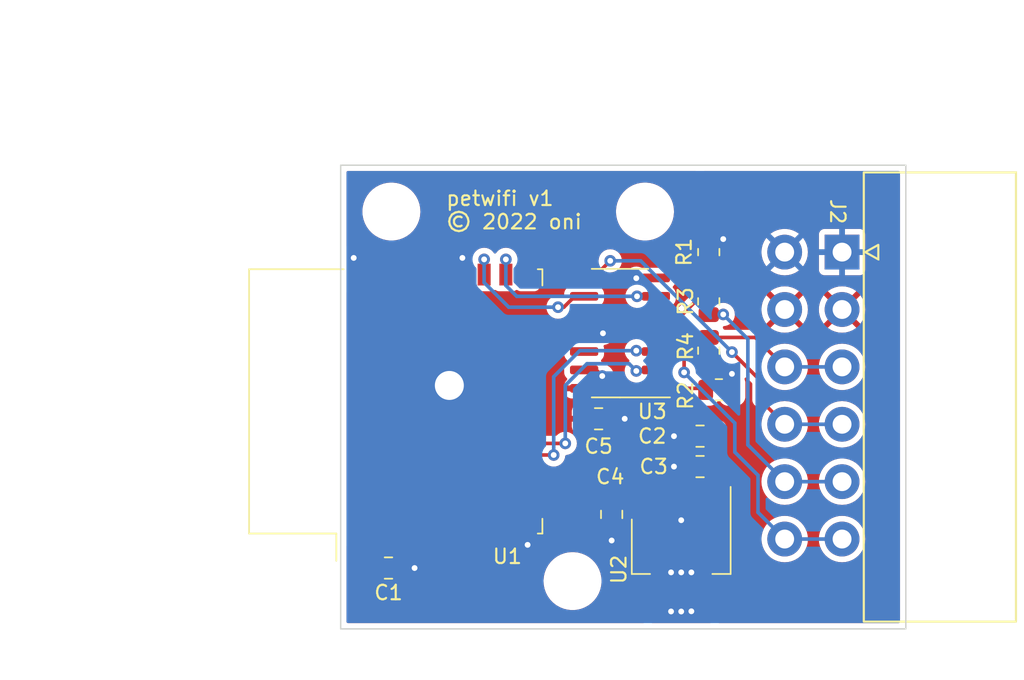
<source format=kicad_pcb>
(kicad_pcb (version 20211014) (generator pcbnew)

  (general
    (thickness 1.6)
  )

  (paper "A4")
  (layers
    (0 "F.Cu" signal)
    (31 "B.Cu" signal)
    (32 "B.Adhes" user "B.Adhesive")
    (33 "F.Adhes" user "F.Adhesive")
    (34 "B.Paste" user)
    (35 "F.Paste" user)
    (36 "B.SilkS" user "B.Silkscreen")
    (37 "F.SilkS" user "F.Silkscreen")
    (38 "B.Mask" user)
    (39 "F.Mask" user)
    (40 "Dwgs.User" user "User.Drawings")
    (41 "Cmts.User" user "User.Comments")
    (42 "Eco1.User" user "User.Eco1")
    (43 "Eco2.User" user "User.Eco2")
    (44 "Edge.Cuts" user)
    (45 "Margin" user)
    (46 "B.CrtYd" user "B.Courtyard")
    (47 "F.CrtYd" user "F.Courtyard")
    (48 "B.Fab" user)
    (49 "F.Fab" user)
    (50 "User.1" user)
    (51 "User.2" user)
    (52 "User.3" user)
    (53 "User.4" user)
    (54 "User.5" user)
    (55 "User.6" user)
    (56 "User.7" user)
    (57 "User.8" user)
    (58 "User.9" user)
  )

  (setup
    (stackup
      (layer "F.SilkS" (type "Top Silk Screen"))
      (layer "F.Paste" (type "Top Solder Paste"))
      (layer "F.Mask" (type "Top Solder Mask") (thickness 0.01))
      (layer "F.Cu" (type "copper") (thickness 0.035))
      (layer "dielectric 1" (type "core") (thickness 1.51) (material "FR4") (epsilon_r 4.5) (loss_tangent 0.02))
      (layer "B.Cu" (type "copper") (thickness 0.035))
      (layer "B.Mask" (type "Bottom Solder Mask") (thickness 0.01))
      (layer "B.Paste" (type "Bottom Solder Paste"))
      (layer "B.SilkS" (type "Bottom Silk Screen"))
      (copper_finish "None")
      (dielectric_constraints no)
    )
    (pad_to_mask_clearance 0)
    (pcbplotparams
      (layerselection 0x00010fc_ffffffff)
      (disableapertmacros false)
      (usegerberextensions false)
      (usegerberattributes true)
      (usegerberadvancedattributes true)
      (creategerberjobfile true)
      (svguseinch false)
      (svgprecision 6)
      (excludeedgelayer true)
      (plotframeref false)
      (viasonmask false)
      (mode 1)
      (useauxorigin false)
      (hpglpennumber 1)
      (hpglpenspeed 20)
      (hpglpendiameter 15.000000)
      (dxfpolygonmode true)
      (dxfimperialunits true)
      (dxfusepcbnewfont true)
      (psnegative false)
      (psa4output false)
      (plotreference true)
      (plotvalue true)
      (plotinvisibletext false)
      (sketchpadsonfab false)
      (subtractmaskfromsilk false)
      (outputformat 1)
      (mirror false)
      (drillshape 0)
      (scaleselection 1)
      (outputdirectory "plot")
    )
  )

  (net 0 "")
  (net 1 "GND")
  (net 2 "+3V3")
  (net 3 "+5V")
  (net 4 "/ESP_RTS")
  (net 5 "/CASS_SENSE")
  (net 6 "/CASS_MOTOR")
  (net 7 "unconnected-(U1-Pad3)")
  (net 8 "unconnected-(U1-Pad4)")
  (net 9 "/ESP_CTS")
  (net 10 "unconnected-(U1-Pad7)")
  (net 11 "unconnected-(U1-Pad8)")
  (net 12 "unconnected-(U1-Pad10)")
  (net 13 "/ESP_RXD")
  (net 14 "/ESP_TXD")
  (net 15 "unconnected-(U1-Pad14)")
  (net 16 "unconnected-(U1-Pad15)")
  (net 17 "unconnected-(U1-Pad16)")
  (net 18 "unconnected-(U1-Pad17)")
  (net 19 "/CASS_READ")
  (net 20 "/CASS_WRITE")
  (net 21 "Net-(R1-Pad2)")
  (net 22 "Net-(R2-Pad2)")
  (net 23 "unconnected-(U3-Pad10)")
  (net 24 "unconnected-(U3-Pad12)")

  (footprint "Capacitor_SMD:C_0805_2012Metric" (layer "F.Cu") (at 134.8 90.8))

  (footprint "Resistor_SMD:R_0805_2012Metric" (layer "F.Cu") (at 142.4 79.3 -90))

  (footprint "Package_TO_SOT_SMD:SOT-223-3_TabPin2" (layer "F.Cu") (at 140.5 99.6 -90))

  (footprint "MountingHole:MountingHole_3.2mm_M3_ISO7380" (layer "F.Cu") (at 138 76.5))

  (footprint "Resistor_SMD:R_0805_2012Metric" (layer "F.Cu") (at 142.4 86.1 -90))

  (footprint "Capacitor_SMD:C_0805_2012Metric" (layer "F.Cu") (at 141.8 94.1 180))

  (footprint "MountingHole:MountingHole_3.2mm_M3_ISO7380" (layer "F.Cu") (at 120.5 76.5))

  (footprint "onitake:Sullins_EBM06DRAN_2x06_P3.96mm_Female_Card_Edge_Right_Angle" (layer "F.Cu") (at 151.6 79.3 -90))

  (footprint "Capacitor_SMD:C_0805_2012Metric" (layer "F.Cu") (at 141.8 92 180))

  (footprint "Resistor_SMD:R_0805_2012Metric" (layer "F.Cu") (at 143.1 88.8 180))

  (footprint "Package_SO:SOIC-14_3.9x8.7mm_P1.27mm" (layer "F.Cu") (at 136.275 84.89 180))

  (footprint "Resistor_SMD:R_0805_2012Metric" (layer "F.Cu") (at 142.4 82.7 90))

  (footprint "Capacitor_SMD:C_0805_2012Metric" (layer "F.Cu") (at 120.3 101.1 180))

  (footprint "RF_Module:ESP-WROOM-02" (layer "F.Cu") (at 123.9 89.6 90))

  (footprint "Capacitor_SMD:C_0805_2012Metric" (layer "F.Cu") (at 135.7 97.4 -90))

  (footprint "MountingHole:MountingHole_3.2mm_M3_ISO7380" (layer "F.Cu") (at 133 102))

  (gr_rect (start 117 73.3) (end 156 105.3) (layer "Edge.Cuts") (width 0.1) (fill none) (tstamp 75b2ab46-919c-4374-a922-4f718338e7e8))
  (gr_text "petwifi v1\n© 2022 oni" (at 124.2 76.4) (layer "F.SilkS") (tstamp 33f87544-51a1-4dea-a739-3fc94c8d3796)
    (effects (font (size 1 1) (thickness 0.15)) (justify left))
  )
  (dimension (type aligned) (layer "Dwgs.User") (tstamp 2847194c-30e3-4dca-b7c8-ecd57afceb6a)
    (pts (xy 133 102) (xy 133 105.3))
    (height 32.5)
    (gr_text "3.3000 mm" (at 99.35 103.65 90) (layer "Dwgs.User") (tstamp 2847194c-30e3-4dca-b7c8-ecd57afceb6a)
      (effects (font (size 1 1) (thickness 0.15)))
    )
    (format (units 3) (units_format 1) (precision 4))
    (style (thickness 0.15) (arrow_length 1.27) (text_position_mode 0) (extension_height 0.58642) (extension_offset 0.5) keep_text_aligned)
  )
  (dimension (type aligned) (layer "Dwgs.User") (tstamp 3eb7aec3-608a-41d4-91b0-2f0c0b5ff203)
    (pts (xy 138 76.5) (xy 117 76.5))
    (height 12.6)
    (gr_text "21.0000 mm" (at 127.5 62.75) (layer "Dwgs.User") (tstamp 3eb7aec3-608a-41d4-91b0-2f0c0b5ff203)
      (effects (font (size 1 1) (thickness 0.15)))
    )
    (format (units 3) (units_format 1) (precision 4))
    (style (thickness 0.15) (arrow_length 1.27) (text_position_mode 0) (extension_height 0.58642) (extension_offset 0.5) keep_text_aligned)
  )
  (dimension (type aligned) (layer "Dwgs.User") (tstamp 54e7ceff-3ed2-432d-b967-754ab095d377)
    (pts (xy 117 105.3) (xy 117 73.3))
    (height -14)
    (gr_text "32.0000 mm" (at 101.85 89.3 90) (layer "Dwgs.User") (tstamp 54e7ceff-3ed2-432d-b967-754ab095d377)
      (effects (font (size 1 1) (thickness 0.15)))
    )
    (format (units 3) (units_format 1) (precision 4))
    (style (thickness 0.15) (arrow_length 1.27) (text_position_mode 0) (extension_height 0.58642) (extension_offset 0.5) keep_text_aligned)
  )
  (dimension (type aligned) (layer "Dwgs.User") (tstamp 8445796e-c4ba-4c8e-83be-7052348e7b46)
    (pts (xy 110.5 80.999999) (xy 164 80.999999))
    (height -11.999999)
    (gr_text "53.5000 mm" (at 137.25 67.85) (layer "Dwgs.User") (tstamp 8445796e-c4ba-4c8e-83be-7052348e7b46)
      (effects (font (size 1 1) (thickness 0.15)))
    )
    (format (units 3) (units_format 1) (precision 4))
    (style (thickness 0.15) (arrow_length 1.27) (text_position_mode 0) (extension_height 0.58642) (extension_offset 0.5) keep_text_aligned)
  )
  (dimension (type aligned) (layer "Dwgs.User") (tstamp 8cc724a3-2f73-4253-ba4d-851d70b653dc)
    (pts (xy 120.5 76.5) (xy 120.5 73.3))
    (height -21.4)
    (gr_text "3.2000 mm" (at 97.95 74.9 90) (layer "Dwgs.User") (tstamp 8cc724a3-2f73-4253-ba4d-851d70b653dc)
      (effects (font (size 1 1) (thickness 0.15)))
    )
    (format (units 3) (units_format 1) (precision 4))
    (style (thickness 0.15) (arrow_length 1.27) (text_position_mode 0) (extension_height 0.58642) (extension_offset 0.5) keep_text_aligned)
  )
  (dimension (type aligned) (layer "Dwgs.User") (tstamp 9a01a287-9b16-4822-83b5-3c6bacf4d48f)
    (pts (xy 133 102) (xy 117 102))
    (height -6.2)
    (gr_text "16.0000 mm" (at 125 107.05) (layer "Dwgs.User") (tstamp 9a01a287-9b16-4822-83b5-3c6bacf4d48f)
      (effects (font (size 1 1) (thickness 0.15)))
    )
    (format (units 3) (units_format 1) (precision 4))
    (style (thickness 0.15) (arrow_length 1.27) (text_position_mode 0) (extension_height 0.58642) (extension_offset 0.5) keep_text_aligned)
  )
  (dimension (type aligned) (layer "Dwgs.User") (tstamp a004ce0a-54b6-46c4-918d-becfd73304ca)
    (pts (xy 117 73.3) (xy 156 73.3))
    (height -1.3)
    (gr_text "39.0000 mm" (at 136.5 70.85) (layer "Dwgs.User") (tstamp a004ce0a-54b6-46c4-918d-becfd73304ca)
      (effects (font (size 1 1) (thickness 0.15)))
    )
    (format (units 3) (units_format 1) (precision 4))
    (style (thickness 0.15) (arrow_length 1.27) (text_position_mode 0) (extension_height 0.58642) (extension_offset 0.5) keep_text_aligned)
  )
  (dimension (type aligned) (layer "Dwgs.User") (tstamp ac44d1f5-ce92-4156-8106-465bdc2aa607)
    (pts (xy 120.5 76.5) (xy 117 76.5))
    (height 9.5)
    (gr_text "3.5000 mm" (at 118.75 65.85) (layer "Dwgs.User") (tstamp ac44d1f5-ce92-4156-8106-465bdc2aa607)
      (effects (font (size 1 1) (thickness 0.15)))
    )
    (format (units 3) (units_format 1) (precision 4))
    (style (thickness 0.15) (arrow_length 1.27) (text_position_mode 0) (extension_height 0.58642) (extension_offset 0.5) keep_text_aligned)
  )

  (segment (start 140.5 102.75) (end 140.5 101.4) (width 0.25) (layer "F.Cu") (net 1) (tstamp 03c287c8-cc29-40a9-b1ec-1e0edbb76206))
  (segment (start 141.2 102.05) (end 141.2 101.4) (width 0.25) (layer "F.Cu") (net 1) (tstamp 1afc86e9-e875-4970-994b-f8638352c0a5))
  (segment (start 117.9 80.85) (end 117.9 79.7) (width 0.25) (layer "F.Cu") (net 1) (tstamp 1dc607ba-1eef-4c47-a749-f2763627191f))
  (segment (start 138.75 81.08) (end 137.42 81.08) (width 0.25) (layer "F.Cu") (net 1) (tstamp 22bc836a-9b40-48a4-b1a9-ae49a484ef82))
  (segment (start 124.51 88.5) (end 124.5 88.5) (width 0.25) (layer "F.Cu") (net 1) (tstamp 2fc3efdb-6edc-498d-a6d2-49e95eb99837))
  (segment (start 140.85 92) (end 140 92) (width 0.25) (layer "F.Cu") (net 1) (tstamp 33c6e0cb-8250-40bc-93d6-e95e1cbef3d2))
  (segment (start 125.4 80.85) (end 125.4 79.7) (width 0.25) (layer "F.Cu") (net 1) (tstamp 3f32eb95-f1bf-4100-847a-4db62fbee13c))
  (segment (start 135.09 84.89) (end 135.1 84.9) (width 0.25) (layer "F.Cu") (net 1) (tstamp 49aebb9d-33d5-40e8-9969-987f546281a3))
  (segment (start 135.7 98.35) (end 135.7 99.2) (width 0.25) (layer "F.Cu") (net 1) (tstamp 4a7e91f5-feb2-4d21-8440-ef3feb521581))
  (segment (start 134.63 87.43) (end 135.05 87.85) (width 0.25) (layer "F.Cu") (net 1) (tstamp 4d989ff5-20b5-4363-b4af-9b97a5905294))
  (segment (start 137.42 81.08) (end 137.4 81.1) (width 0.25) (layer "F.Cu") (net 1) (tstamp 74ab62bc-2105-45b6-a9fe-97bc0aab8af8))
  (segment (start 121.25 101.1) (end 122.1 101.1) (width 0.25) (layer "F.Cu") (net 1) (tstamp 908f6e3f-2056-420a-be39-ef162146f35e))
  (segment (start 129.9 98.35) (end 129.9 99.5) (width 0.25) (layer "F.Cu") (net 1) (tstamp 9219daf6-a93c-4f6e-b18e-8a57bdb5e4f4))
  (segment (start 144.0125 88.8) (end 144.0125 87.7125) (width 0.25) (layer "F.Cu") (net 1) (tstamp a7133f72-e945-43c4-862e-0ca5ec256a06))
  (segment (start 140.85 94.1) (end 140 94.1) (width 0.25) (layer "F.Cu") (net 1) (tstamp a793ba16-a175-42d4-83ca-534609d3f065))
  (segment (start 142.4 78.3875) (end 143.3875 78.3875) (width 0.25) (layer "F.Cu") (net 1) (tstamp a9afaf13-5dbe-4293-b19c-5385f5173b73))
  (segment (start 140.5 102.75) (end 139.8 102.05) (width 0.25) (layer "F.Cu") (net 1) (tstamp bc844eb3-f215-48d2-b7aa-bc77adfcd99f))
  (segment (start 140.5 102.75) (end 141.2 102.05) (width 0.25) (layer "F.Cu") (net 1) (tstamp c38b7339-b0d9-4156-9db6-5b050511676d))
  (segment (start 143.3875 78.3875) (end 143.4 78.4) (width 0.25) (layer "F.Cu") (net 1) (tstamp c3eefbcc-e04f-412f-ae43-0300585fc7d5))
  (segment (start 135.75 90.8) (end 136.6 90.8) (width 0.25) (layer "F.Cu") (net 1) (tstamp c5022f6a-fd90-441b-ad82-03c97b53f907))
  (segment (start 133.8 87.43) (end 134.63 87.43) (width 0.25) (layer "F.Cu") (net 1) (tstamp d759c0d0-69ef-4ac6-be49-635c66a99d1b))
  (segment (start 140.5 96.45) (end 140.5 97.8) (width 0.25) (layer "F.Cu") (net 1) (tstamp ec2c6b0a-de70-4869-97be-28b0fdf5c36f))
  (segment (start 133.8 84.89) (end 135.09 84.89) (width 0.25) (layer "F.Cu") (net 1) (tstamp ece6a301-51d3-4378-95a6-ee7091e7444d))
  (segment (start 139.8 102.05) (end 139.8 101.4) (width 0.25) (layer "F.Cu") (net 1) (tstamp ed14404b-788b-4685-ab91-53da9dc8c297))
  (segment (start 144.0125 87.7125) (end 144 87.7) (width 0.25) (layer "F.Cu") (net 1) (tstamp f0a06a4a-9016-4602-99ad-dad55617982e))
  (via (at 140.5 97.8) (size 0.8) (drill 0.4) (layers "F.Cu" "B.Cu") (net 1) (tstamp 07feacb6-8b91-4f23-9d94-540c55a57242))
  (via (at 140 92) (size 0.8) (drill 0.4) (layers "F.Cu" "B.Cu") (net 1) (tstamp 263e766c-365a-438c-9eba-2d591831cac0))
  (via (at 124.5 88.5) (size 2.6) (drill 2) (layers "F.Cu" "B.Cu") (net 1) (tstamp 3601e513-2844-4e21-9c3f-ea9fd71a79b8))
  (via (at 137.4 81.1) (size 0.8) (drill 0.4) (layers "F.Cu" "B.Cu") (net 1) (tstamp 4010c221-db27-4f89-baaa-453ee4adf85b))
  (via (at 125.4 79.7) (size 0.8) (drill 0.4) (layers "F.Cu" "B.Cu") (net 1) (tstamp 5297d4ca-7d6e-4e15-a746-66d8f9aa0db5))
  (via (at 141.2 104.084556) (size 0.8) (drill 0.4) (layers "F.Cu" "B.Cu") (net 1) (tstamp 541b8205-e178-408d-b3aa-59ee933d121a))
  (via (at 135.7 99.2) (size 0.8) (drill 0.4) (layers "F.Cu" "B.Cu") (net 1) (tstamp 56b061d4-570f-4f3d-ba97-3a3ea2b2138c))
  (via (at 135.05 87.85) (size 0.8) (drill 0.4) (layers "F.Cu" "B.Cu") (net 1) (tstamp 627f40a4-95ef-4612-8d57-e51e7e54f7e6))
  (via (at 140 94.1) (size 0.8) (drill 0.4) (layers "F.Cu" "B.Cu") (net 1) (tstamp 64de57a0-53a5-4e0d-9233-46be35b31a97))
  (via (at 117.9 79.7) (size 0.8) (drill 0.4) (layers "F.Cu" "B.Cu") (net 1) (tstamp 653729e2-5eaa-4196-8232-7433966ad972))
  (via (at 144 87.7) (size 0.8) (drill 0.4) (layers "F.Cu" "B.Cu") (net 1) (tstamp 77213823-ad48-4ab3-9ee8-b8dd78176153))
  (via (at 135.1 84.9) (size 0.8) (drill 0.4) (layers "F.Cu" "B.Cu") (net 1) (tstamp 7ef8210a-a54c-4002-bfcf-d74659d4840a))
  (via (at 122.1 101.1) (size 0.8) (drill 0.4) (layers "F.Cu" "B.Cu") (net 1) (tstamp 7fcb5653-d3c7-4457-917a-3ba63ef6ce69))
  (via (at 136.6 90.8) (size 0.8) (drill 0.4) (layers "F.Cu" "B.Cu") (net 1) (tstamp 8134e02f-2f69-470a-aa11-7562cc0a827b))
  (via (at 129.9 99.5) (size 0.8) (drill 0.4) (layers "F.Cu" "B.Cu") (net 1) (tstamp 84b062d9-442b-4f85-9060-6cc1a0ddf5b9))
  (via (at 141.2 101.4) (size 0.8) (drill 0.4) (layers "F.Cu" "B.Cu") (net 1) (tstamp 9271fd7b-eaaf-43cd-95c5-451ec40eff2a))
  (via (at 139.8 101.4) (size 0.8) (drill 0.4) (layers "F.Cu" "B.Cu") (net 1) (tstamp 94ef1ab1-b5e1-49c9-b5d8-392394d2e2a6))
  (via (at 140.5 101.4) (size 0.8) (drill 0.4) (layers "F.Cu" "B.Cu") (net 1) (tstamp b7f8b06a-07be-45f1-960d-1848c903cf82))
  (via (at 143.4 78.4) (size 0.8) (drill 0.4) (layers "F.Cu" "B.Cu") (net 1) (tstamp bb269a8e-7888-4214-b827-f2fe41a8f57d))
  (via (at 139.8 104.09651) (size 0.8) (drill 0.4) (layers "F.Cu" "B.Cu") (net 1) (tstamp d35bd4d7-459f-44d1-b45f-3f872530600c))
  (via (at 140.5 104.1) (size 0.8) (drill 0.4) (layers "F.Cu" "B.Cu") (net 1) (tstamp fa493657-1b94-4d7c-ad4c-67768ff1fbd9))
  (segment (start 138.75 86.16) (end 137.46 86.16) (width 0.25) (layer "F.Cu") (net 4) (tstamp 0a370b5d-b715-44c7-a982-18ac627fb525))
  (segment (start 137.46 86.16) (end 137.4 86.1) (width 0.25) (layer "F.Cu") (net 4) (tstamp 16c9e1ca-989a-45d7-9f11-b60733caa931))
  (segment (start 125.4 98.35) (end 125.4 97) (width 0.25) (layer "F.Cu") (net 4) (tstamp 19e028da-cb81-4148-b127-74318c70777d))
  (segment (start 129.1 93.3) (end 131.7 93.3) (width 0.25) (layer "F.Cu") (net 4) (tstamp 4e730a02-a6ea-49bb-9da2-e7db362b40e4))
  (segment (start 125.4 97) (end 129.1 93.3) (width 0.25) (layer "F.Cu") (net 4) (tstamp f3c90f8e-acbf-43b2-a038-9f2e5bc4a970))
  (via (at 137.4 86.1) (size 0.8) (drill 0.4) (layers "F.Cu" "B.Cu") (net 4) (tstamp 0a6d6b19-7df6-4b79-abe4-e5b1a6158692))
  (via (at 131.7 93.3) (size 0.8) (drill 0.4) (layers "F.Cu" "B.Cu") (net 4) (tstamp 4f90f8ee-6e29-428b-8c1a-0558e19facd1))
  (segment (start 134.6 86.1) (end 137.4 86.1) (width 0.25) (layer "B.Cu") (net 4) (tstamp 485e2dec-6d73-47d8-a462-e5df55fd5e99))
  (segment (start 131.7 93.3) (end 131.7 87.9) (width 0.25) (layer "B.Cu") (net 4) (tstamp 68a6bf58-325e-4ba5-a255-aae82294f7d4))
  (segment (start 133.5 86.1) (end 134.6 86.1) (width 0.25) (layer "B.Cu") (net 4) (tstamp 8842c037-103e-4f97-94e3-7e57146207fe))
  (segment (start 131.7 87.9) (end 133.5 86.1) (width 0.25) (layer "B.Cu") (net 4) (tstamp 98162e1f-907b-4a71-9631-1ce6fc249de8))
  (segment (start 138.75 84.89) (end 139.89 84.89) (width 0.25) (layer "F.Cu") (net 5) (tstamp 781c5bac-b788-415a-b975-c7236ed511b8))
  (segment (start 139.89 84.89) (end 140.7 85.7) (width 0.25) (layer "F.Cu") (net 5) (tstamp 8d35fd10-3b69-4ce2-bc40-160e57165624))
  (segment (start 140.7 85.7) (end 140.7 87.6) (width 0.25) (layer "F.Cu") (net 5) (tstamp e011c3a3-9b7b-41b4-b9be-6025683b64ca))
  (via (at 140.7 87.6) (size 0.8) (drill 0.4) (layers "F.Cu" "B.Cu") (net 5) (tstamp 6c14af57-ba3e-48f3-9efc-d392e9c21885))
  (segment (start 145.8 97.26) (end 147.64 99.1) (width 0.25) (layer "B.Cu") (net 5) (tstamp 04cde8e6-b8a3-48bd-95ad-ec378d4a93b7))
  (segment (start 144.2 93.1) (end 145.8 94.7) (width 0.25) (layer "B.Cu") (net 5) (tstamp 0bfddf50-d64b-485e-a8b0-8d4c421a775c))
  (segment (start 144.2 91.1) (end 144.2 93.1) (width 0.25) (layer "B.Cu") (net 5) (tstamp 0c010362-5f47-4a19-83f2-3cca641d6af1))
  (segment (start 147.64 99.1) (end 151.6 99.1) (width 0.25) (layer "B.Cu") (net 5) (tstamp 257ae70d-e61c-40d1-b9f3-07fff2b051f4))
  (segment (start 140.7 87.6) (end 144.2 91.1) (width 0.25) (layer "B.Cu") (net 5) (tstamp 26616779-f3b3-474f-bdf3-37ad3a21c8e3))
  (segment (start 145.8 94.7) (end 145.8 97.26) (width 0.25) (layer "B.Cu") (net 5) (tstamp 81a8b145-04b1-4ea3-9f83-c2c0306cfece))
  (segment (start 145.6075 85.1875) (end 147.64 87.22) (width 0.25) (layer "F.Cu") (net 6) (tstamp f723380b-ddfe-42ae-b30f-244786656a0b))
  (segment (start 142.4 85.1875) (end 145.6075 85.1875) (width 0.25) (layer "F.Cu") (net 6) (tstamp fba22273-8cda-4d92-b1cb-6a0de1b2e747))
  (segment (start 147.64 87.22) (end 151.6 87.22) (width 0.25) (layer "B.Cu") (net 6) (tstamp fb25bcfa-e715-450a-a4d4-e8d5504a2cee))
  (segment (start 137.47 87.43) (end 137.4 87.5) (width 0.25) (layer "F.Cu") (net 9) (tstamp 1f67db52-5d0f-45eb-83ff-1fdd22c79fb2))
  (segment (start 138.75 87.43) (end 137.47 87.43) (width 0.25) (layer "F.Cu") (net 9) (tstamp 4b32620a-34e5-4d09-b4e2-dbaf729e96cd))
  (segment (start 127.7 93.4) (end 123.9 97.2) (width 0.25) (layer "F.Cu") (net 9) (tstamp 8fa3749f-1305-4ca6-8eb6-11f4d96d11bb))
  (segment (start 127.7 93.4) (end 128.6 92.5) (width 0.25) (layer "F.Cu") (net 9) (tstamp 9776641f-3ab9-4c57-a7e1-9d473865def7))
  (segment (start 123.9 97.2) (end 123.9 98.35) (width 0.25) (layer "F.Cu") (net 9) (tstamp d14fc760-4349-447f-872f-acf2a6a6689c))
  (segment (start 128.6 92.5) (end 132.5 92.5) (width 0.25) (layer "F.Cu") (net 9) (tstamp f0637488-f077-4b7e-a9e8-426088493924))
  (via (at 137.4 87.5) (size 0.8) (drill 0.4) (layers "F.Cu" "B.Cu") (net 9) (tstamp 5b547338-b347-4c4a-bd23-d30713eeec2e))
  (via (at 132.5 92.5) (size 0.8) (drill 0.4) (layers "F.Cu" "B.Cu") (net 9) (tstamp 6c441eb9-7041-4d75-9a28-88608e760afa))
  (segment (start 132.5 88.5) (end 132.5 92.5) (width 0.25) (layer "B.Cu") (net 9) (tstamp 3dc14e29-3d8e-4aff-b167-496eb64e4559))
  (segment (start 137.4 87.5) (end 136.9 87) (width 0.25) (layer "B.Cu") (net 9) (tstamp 6d963d4d-fe57-4d15-b5e2-e14877e6a20d))
  (segment (start 134 87) (end 132.5 88.5) (width 0.25) (layer "B.Cu") (net 9) (tstamp 9dcca0ea-ef02-48d5-8bea-b41e227d8b49))
  (segment (start 136.9 87) (end 134 87) (width 0.25) (layer "B.Cu") (net 9) (tstamp edcbacaa-f98a-4bc7-8b75-d86dd07bf4d7))
  (segment (start 128.4 79.8) (end 128.4 80.85) (width 0.25) (layer "F.Cu") (net 13) (tstamp 08f52031-83e9-4112-bc94-fb8d2a38c9b5))
  (segment (start 138.75 82.35) (end 137.45 82.35) (width 0.25) (layer "F.Cu") (net 13) (tstamp a2490a86-ec18-45dc-90ad-f0f857b87a7d))
  (via (at 137.45 82.35) (size 0.8) (drill 0.4) (layers "F.Cu" "B.Cu") (net 13) (tstamp bd727390-2db0-4d9d-8372-f0d349adca7f))
  (via (at 128.4 79.8) (size 0.8) (drill 0.4) (layers "F.Cu" "B.Cu") (net 13) (tstamp bd83e80f-1b8b-4261-9666-96c49b5c74f9))
  (segment (start 129.15 82.35) (end 128.4 81.6) (width 0.25) (layer "B.Cu") (net 13) (tstamp 3fc06b95-1c01-4a2e-aaa1-483814b40fb2))
  (segment (start 128.4 81.6) (end 128.4 79.8) (width 0.25) (layer "B.Cu") (net 13) (tstamp a88d6ba1-fd83-49cc-869b-c72a9da2821f))
  (segment (start 137.45 82.35) (end 129.15 82.35) (width 0.25) (layer "B.Cu") (net 13) (tstamp d7690f3a-3747-4fa7-8f27-afb55fafae1b))
  (segment (start 132 83.1) (end 132.4 83.1) (width 0.25) (layer "F.Cu") (net 14) (tstamp b9e4e51b-70ad-4d42-9ead-b755173f69a8))
  (segment (start 126.9 79.8) (end 126.9 80.85) (width 0.25) (layer "F.Cu") (net 14) (tstamp c53b8b81-aea3-45b7-bbde-bfbe73cc0fbf))
  (segment (start 133.15 82.35) (end 133.8 82.35) (width 0.25) (layer "F.Cu") (net 14) (tstamp dde22c79-ce32-42d5-a0c6-df731ceaba93))
  (segment (start 132.4 83.1) (end 133.15 82.35) (width 0.25) (layer "F.Cu") (net 14) (tstamp e66be486-67c6-4d27-ad76-3a742a2c879e))
  (via (at 132 83.1) (size 0.8) (drill 0.4) (layers "F.Cu" "B.Cu") (net 14) (tstamp 3e26c447-fe41-46fe-bca4-9acf4c3e1014))
  (via (at 126.9 79.8) (size 0.8) (drill 0.4) (layers "F.Cu" "B.Cu") (net 14) (tstamp 522194da-fe33-49ab-85bc-23f85d9064a7))
  (segment (start 132 83.1) (end 128.6 83.1) (width 0.25) (layer "B.Cu") (net 14) (tstamp 3416d71d-4bc6-42bc-9ecf-83a9061fb786))
  (segment (start 128.6 83.1) (end 126.9 81.4) (width 0.25) (layer "B.Cu") (net 14) (tstamp 9650b9d8-b6f6-4d55-abe5-c27441dce481))
  (segment (start 126.9 81.4) (end 126.9 79.8) (width 0.25) (layer "B.Cu") (net 14) (tstamp f998f287-88ef-493b-a108-a4c5f7f9d9ff))
  (segment (start 133.8 81.08) (end 134.42 81.08) (width 0.25) (layer "F.Cu") (net 19) (tstamp 5419522c-9f14-4f78-97ab-78786d043e10))
  (segment (start 145.93 89.47) (end 147.64 91.18) (width 0.25) (layer "F.Cu") (net 19) (tstamp 6b043b97-5cc3-4b7d-b70f-b369c258da16))
  (segment (start 134.42 81.08) (end 135.6 79.9) (width 0.25) (layer "F.Cu") (net 19) (tstamp a9bb0945-0010-4643-b03b-d8355b3500a2))
  (segment (start 145.93 88.13) (end 145.93 89.47) (width 0.25) (layer "F.Cu") (net 19) (tstamp b698e1db-ce2c-41b6-8ba1-e0b5b929354c))
  (segment (start 144 86.2) (end 145.93 88.13) (width 0.25) (layer "F.Cu") (net 19) (tstamp cb1f4b15-163b-475f-933b-f54b45513c45))
  (via (at 144 86.2) (size 0.8) (drill 0.4) (layers "F.Cu" "B.Cu") (net 19) (tstamp 4dc9d788-4b4a-4604-a520-536e5febce24))
  (via (at 135.6 79.9) (size 0.8) (drill 0.4) (layers "F.Cu" "B.Cu") (net 19) (tstamp fbc21211-6e0a-4e1b-a286-f0889ac107f9))
  (segment (start 137.7 79.9) (end 138.25 80.45) (width 0.25) (layer "B.Cu") (net 19) (tstamp 1605bb06-c19b-4756-acb4-6d7c852dab5d))
  (segment (start 135.6 79.9) (end 137.7 79.9) (width 0.25) (layer "B.Cu") (net 19) (tstamp 51d4c63f-83b2-4c33-91c1-2824d2943ae0))
  (segment (start 147.64 91.18) (end 151.6 91.18) (width 0.25) (layer "B.Cu") (net 19) (tstamp 93975c5d-2c07-4188-b918-a5bf934b4bbe))
  (segment (start 138.25 80.45) (end 144 86.2) (width 0.25) (layer "B.Cu") (net 19) (tstamp ddabad80-be92-4b80-9c4a-c5b8911d728c))
  (segment (start 143.3875 83.6125) (end 143.4 83.6) (width 0.25) (layer "F.Cu") (net 20) (tstamp 51a959aa-1487-4cc6-9ab7-f7cea54a3c97))
  (segment (start 142.4 83.6125) (end 143.3875 83.6125) (width 0.25) (layer "F.Cu") (net 20) (tstamp e351ac85-5333-4f7c-ae6a-bf4980552b15))
  (via (at 143.4 83.6) (size 0.8) (drill 0.4) (layers "F.Cu" "B.Cu") (net 20) (tstamp 248052b7-1392-4aae-9f4f-1d4d05f34056))
  (segment (start 145.1 92.6) (end 145.1 85.3) (width 0.25) (layer "B.Cu") (net 20) (tstamp 09b6b115-95e0-4ea7-a613-b012cc39ca87))
  (segment (start 147.64 95.14) (end 145.1 92.6) (width 0.25) (layer "B.Cu") (net 20) (tstamp 812e17f5-a872-4c69-9910-4ef8a7dc8694))
  (segment (start 147.64 95.14) (end 151.6 95.14) (width 0.25) (layer "B.Cu") (net 20) (tstamp 9a39a1e4-11b6-4130-9133-b5d667f0de37))
  (segment (start 145.1 85.3) (end 143.4 83.6) (width 0.25) (layer "B.Cu") (net 20) (tstamp a8e7dce3-7e1e-4428-9ae5-49834f8a97bd))
  (segment (start 142.4 81.7875) (end 142.4 80.2125) (width 0.25) (layer "F.Cu") (net 21) (tstamp 54970f99-53f2-4d0a-bb91-8a1b369e177c))
  (segment (start 138.75 83.62) (end 140.5675 83.62) (width 0.25) (layer "F.Cu") (net 21) (tstamp a36a01c6-765b-4084-acc3-aefbc36d4eff))
  (segment (start 140.5675 83.62) (end 142.4 81.7875) (width 0.25) (layer "F.Cu") (net 21) (tstamp a8fc7bd2-6c7a-4bd4-b1fa-f84fe785d7f4))
  (segment (start 142.1875 87.225) (end 142.4 87.0125) (width 0.25) (layer "F.Cu") (net 22) (tstamp 01661ee5-50fc-4e28-9cd0-3dc7581a622a))
  (segment (start 138.75 88.7) (end 142.0875 88.7) (width 0.25) (layer "F.Cu") (net 22) (tstamp 84cf9ac7-08aa-45ac-93f2-a671da3eb6cd))
  (segment (start 142.1875 88.8) (end 142.1875 87.225) (width 0.25) (layer "F.Cu") (net 22) (tstamp f069d1c1-e798-48c9-b8bf-f22fb280839a))
  (segment (start 142.0875 88.7) (end 142.1875 88.8) (width 0.25) (layer "F.Cu") (net 22) (tstamp f83efebc-77c7-49ca-a766-31022b449055))

  (zone (net 3) (net_name "+5V") (layer "F.Cu") (tstamp 2a8d29a5-fccd-4a19-ac40-ad08f5d6e573) (hatch edge 0.508)
    (priority 1)
    (connect_pads (clearance 0.4))
    (min_thickness 0.2) (filled_areas_thickness no)
    (fill yes (thermal_gap 0.4) (thermal_bridge_width 0.4))
    (polygon
      (pts
        (xy 156 105.3)
        (xy 142 105.3)
        (xy 142 94.5)
        (xy 142 90.4)
        (xy 142 73.3)
        (xy 156 73.3)
      )
    )
    (filled_polygon
      (layer "F.Cu")
      (pts
        (xy 155.558691 73.719407)
        (xy 155.594655 73.768907)
        (xy 155.5995 73.7995)
        (xy 155.5995 104.8005)
        (xy 155.580593 104.858691)
        (xy 155.531093 104.894655)
        (xy 155.5005 104.8995)
        (xy 143.1045 104.8995)
        (xy 143.046309 104.880593)
        (xy 143.010345 104.831093)
        (xy 143.0055 104.8005)
        (xy 143.0055 101.541008)
        (xy 143.00425 101.509189)
        (xy 143.003031 101.493702)
        (xy 142.999289 101.462091)
        (xy 142.985339 101.419154)
        (xy 142.961289 101.345135)
        (xy 142.960086 101.341432)
        (xy 142.932309 101.286915)
        (xy 142.930019 101.283763)
        (xy 142.860023 101.187419)
        (xy 142.860019 101.187414)
        (xy 142.857736 101.184272)
        (xy 142.234496 100.561032)
        (xy 142.206719 100.506515)
        (xy 142.2055 100.491028)
        (xy 142.2055 99.1)
        (xy 146.034551 99.1)
        (xy 146.054317 99.351148)
        (xy 146.113127 99.596111)
        (xy 146.209534 99.828859)
        (xy 146.341164 100.043659)
        (xy 146.504776 100.235224)
        (xy 146.696341 100.398836)
        (xy 146.911141 100.530466)
        (xy 146.984934 100.561032)
        (xy 147.140298 100.625386)
        (xy 147.140303 100.625388)
        (xy 147.143889 100.626873)
        (xy 147.147663 100.627779)
        (xy 147.147666 100.62778)
        (xy 147.385078 100.684777)
        (xy 147.388852 100.685683)
        (xy 147.392717 100.685987)
        (xy 147.392722 100.685988)
        (xy 147.636125 100.705144)
        (xy 147.64 100.705449)
        (xy 147.643875 100.705144)
        (xy 147.887278 100.685988)
        (xy 147.887283 100.685987)
        (xy 147.891148 100.685683)
        (xy 147.894922 100.684777)
        (xy 148.132334 100.62778)
        (xy 148.132337 100.627779)
        (xy 148.136111 100.626873)
        (xy 148.139697 100.625388)
        (xy 148.139702 100.625386)
        (xy 148.295066 100.561032)
        (xy 148.368859 100.530466)
        (xy 148.583659 100.398836)
        (xy 148.775224 100.235224)
        (xy 148.938836 100.043659)
        (xy 149.070466 99.828859)
        (xy 149.166873 99.596111)
        (xy 149.225683 99.351148)
        (xy 149.245449 99.1)
        (xy 149.994551 99.1)
        (xy 150.014317 99.351148)
        (xy 150.073127 99.596111)
        (xy 150.169534 99.828859)
        (xy 150.301164 100.043659)
        (xy 150.464776 100.235224)
        (xy 150.656341 100.398836)
        (xy 150.871141 100.530466)
        (xy 150.944934 100.561032)
        (xy 151.100298 100.625386)
        (xy 151.100303 100.625388)
        (xy 151.103889 100.626873)
        (xy 151.107663 100.627779)
        (xy 151.107666 100.62778)
        (xy 151.345078 100.684777)
        (xy 151.348852 100.685683)
        (xy 151.352717 100.685987)
        (xy 151.352722 100.685988)
        (xy 151.596125 100.705144)
        (xy 151.6 100.705449)
        (xy 151.603875 100.705144)
        (xy 151.847278 100.685988)
        (xy 151.847283 100.685987)
        (xy 151.851148 100.685683)
        (xy 151.854922 100.684777)
        (xy 152.092334 100.62778)
        (xy 152.092337 100.627779)
        (xy 152.096111 100.626873)
        (xy 152.099697 100.625388)
        (xy 152.099702 100.625386)
        (xy 152.255066 100.561032)
        (xy 152.328859 100.530466)
        (xy 152.543659 100.398836)
        (xy 152.735224 100.235224)
        (xy 152.898836 100.043659)
        (xy 153.030466 99.828859)
        (xy 153.126873 99.596111)
        (xy 153.185683 99.351148)
        (xy 153.205449 99.1)
        (xy 153.185683 98.848852)
        (xy 153.126873 98.603889)
        (xy 153.030466 98.371141)
        (xy 152.898836 98.156341)
        (xy 152.735224 97.964776)
        (xy 152.579327 97.831627)
        (xy 152.546619 97.803692)
        (xy 152.546618 97.803692)
        (xy 152.543659 97.801164)
        (xy 152.328859 97.669534)
        (xy 152.240185 97.632804)
        (xy 152.099702 97.574614)
        (xy 152.099697 97.574612)
        (xy 152.096111 97.573127)
        (xy 152.092337 97.572221)
        (xy 152.092334 97.57222)
        (xy 151.854922 97.515223)
        (xy 151.854921 97.515223)
        (xy 151.851148 97.514317)
        (xy 151.847283 97.514013)
        (xy 151.847278 97.514012)
        (xy 151.603875 97.494856)
        (xy 151.6 97.494551)
        (xy 151.596125 97.494856)
        (xy 151.352722 97.514012)
        (xy 151.352717 97.514013)
        (xy 151.348852 97.514317)
        (xy 151.345079 97.515223)
        (xy 151.345078 97.515223)
        (xy 151.107666 97.57222)
        (xy 151.107663 97.572221)
        (xy 151.103889 97.573127)
        (xy 151.100303 97.574612)
        (xy 151.100298 97.574614)
        (xy 150.959815 97.632804)
        (xy 150.871141 97.669534)
        (xy 150.656341 97.801164)
        (xy 150.653382 97.803692)
        (xy 150.653381 97.803692)
        (xy 150.620673 97.831627)
        (xy 150.464776 97.964776)
        (xy 150.301164 98.156341)
        (xy 150.169534 98.371141)
        (xy 150.073127 98.603889)
        (xy 150.014317 98.848852)
        (xy 149.994551 99.1)
        (xy 149.245449 99.1)
        (xy 149.225683 98.848852)
        (xy 149.166873 98.603889)
        (xy 149.070466 98.371141)
        (xy 148.938836 98.156341)
        (xy 148.775224 97.964776)
        (xy 148.619327 97.831627)
        (xy 148.586619 97.803692)
        (xy 148.586618 97.803692)
        (xy 148.583659 97.801164)
        (xy 148.368859 97.669534)
        (xy 148.280185 97.632804)
        (xy 148.139702 97.574614)
        (xy 148.139697 97.574612)
        (xy 148.136111 97.573127)
        (xy 148.132337 97.572221)
        (xy 148.132334 97.57222)
        (xy 147.894922 97.515223)
        (xy 147.894921 97.515223)
        (xy 147.891148 97.514317)
        (xy 147.887283 97.514013)
        (xy 147.887278 97.514012)
        (xy 147.643875 97.494856)
        (xy 147.64 97.494551)
        (xy 147.636125 97.494856)
        (xy 147.392722 97.514012)
        (xy 147.392717 97.514013)
        (xy 147.388852 97.514317)
        (xy 147.385079 97.515223)
        (xy 147.385078 97.515223)
        (xy 147.147666 97.57222)
        (xy 147.147663 97.572221)
        (xy 147.143889 97.573127)
        (xy 147.140303 97.574612)
        (xy 147.140298 97.574614)
        (xy 146.999815 97.632804)
        (xy 146.911141 97.669534)
        (xy 146.696341 97.801164)
        (xy 146.693382 97.803692)
        (xy 146.693381 97.803692)
        (xy 146.660673 97.831627)
        (xy 146.504776 97.964776)
        (xy 146.341164 98.156341)
        (xy 146.209534 98.371141)
        (xy 146.113127 98.603889)
        (xy 146.054317 98.848852)
        (xy 146.034551 99.1)
        (xy 142.2055 99.1)
        (xy 142.2055 97.949)
        (xy 142.224407 97.890809)
        (xy 142.273907 97.854845)
        (xy 142.3045 97.85)
        (xy 142.58432 97.85)
        (xy 142.597005 97.845878)
        (xy 142.6 97.841757)
        (xy 142.6 97.834319)
        (xy 143 97.834319)
        (xy 143.004122 97.847004)
        (xy 143.008243 97.849999)
        (xy 143.577585 97.849999)
        (xy 143.585329 97.849389)
        (xy 143.667449 97.836384)
        (xy 143.682091 97.831627)
        (xy 143.781106 97.781177)
        (xy 143.793551 97.772135)
        (xy 143.872135 97.693551)
        (xy 143.881177 97.681106)
        (xy 143.931629 97.582088)
        (xy 143.936384 97.567453)
        (xy 143.949391 97.485327)
        (xy 143.95 97.477588)
        (xy 143.95 96.66568)
        (xy 143.945878 96.652995)
        (xy 143.941757 96.65)
        (xy 143.01568 96.65)
        (xy 143.002995 96.654122)
        (xy 143 96.658243)
        (xy 143 97.834319)
        (xy 142.6 97.834319)
        (xy 142.6 95.28068)
        (xy 142.595878 95.267994)
        (xy 142.59081 95.264312)
        (xy 142.554846 95.214812)
        (xy 142.55 95.184219)
        (xy 142.55 94.99432)
        (xy 142.95 94.99432)
        (xy 142.954122 95.007006)
        (xy 142.95919 95.010688)
        (xy 142.995154 95.060188)
        (xy 143 95.090781)
        (xy 143 96.23432)
        (xy 143.004122 96.247005)
        (xy 143.008243 96.25)
        (xy 143.934319 96.25)
        (xy 143.947004 96.245878)
        (xy 143.949999 96.241757)
        (xy 143.949999 95.422415)
        (xy 143.949389 95.414671)
        (xy 143.936384 95.332551)
        (xy 143.931627 95.317909)
        (xy 143.881177 95.218894)
        (xy 143.872135 95.206449)
        (xy 143.805686 95.14)
        (xy 146.034551 95.14)
        (xy 146.034856 95.143875)
        (xy 146.044335 95.264312)
        (xy 146.054317 95.391148)
        (xy 146.113127 95.636111)
        (xy 146.209534 95.868859)
        (xy 146.341164 96.083659)
        (xy 146.504776 96.275224)
        (xy 146.696341 96.438836)
        (xy 146.911141 96.570466)
        (xy 146.999815 96.607196)
        (xy 147.140298 96.665386)
        (xy 147.140303 96.665388)
        (xy 147.143889 96.666873)
        (xy 147.147663 96.667779)
        (xy 147.147666 96.66778)
        (xy 147.385078 96.724777)
        (xy 147.388852 96.725683)
        (xy 147.392717 96.725987)
        (xy 147.392722 96.725988)
        (xy 147.636125 96.745144)
        (xy 147.64 96.745449)
        (xy 147.643875 96.745144)
        (xy 147.887278 96.725988)
        (xy 147.887283 96.725987)
        (xy 147.891148 96.725683)
        (xy 147.894922 96.724777)
        (xy 148.132334 96.66778)
        (xy 148.132337 96.667779)
        (xy 148.136111 96.666873)
        (xy 148.139697 96.665388)
        (xy 148.139702 96.665386)
        (xy 148.280185 96.607196)
        (xy 148.368859 96.570466)
        (xy 148.583659 96.438836)
        (xy 148.775224 96.275224)
        (xy 148.938836 96.083659)
        (xy 149.070466 95.868859)
        (xy 149.166873 95.636111)
        (xy 149.225683 95.391148)
        (xy 149.235666 95.264312)
        (xy 149.245144 95.143875)
        (xy 149.245449 95.14)
        (xy 149.994551 95.14)
        (xy 149.994856 95.143875)
        (xy 150.004335 95.264312)
        (xy 150.014317 95.391148)
        (xy 150.073127 95.636111)
        (xy 150.169534 95.868859)
        (xy 150.301164 96.083659)
        (xy 150.464776 96.275224)
        (xy 150.656341 96.438836)
        (xy 150.871141 96.570466)
        (xy 150.959815 96.607196)
        (xy 151.100298 96.665386)
        (xy 151.100303 96.665388)
        (xy 151.103889 96.666873)
        (xy 151.107663 96.667779)
        (xy 151.107666 96.66778)
        (xy 151.345078 96.724777)
        (xy 151.348852 96.725683)
        (xy 151.352717 96.725987)
        (xy 151.352722 96.725988)
        (xy 151.596125 96.745144)
        (xy 151.6 96.745449)
        (xy 151.603875 96.745144)
        (xy 151.847278 96.725988)
        (xy 151.847283 96.725987)
        (xy 151.851148 96.725683)
        (xy 151.854922 96.724777)
        (xy 152.092334 96.66778)
        (xy 152.092337 96.667779)
        (xy 152.096111 96.666873)
        (xy 152.099697 96.665388)
        (xy 152.099702 96.665386)
        (xy 152.240185 96.607196)
        (xy 152.328859 96.570466)
        (xy 152.543659 96.438836)
        (xy 152.735224 96.275224)
        (xy 152.898836 96.083659)
        (xy 153.030466 95.868859)
        (xy 153.126873 95.636111)
        (xy 153.185683 95.391148)
        (xy 153.195666 95.264312)
        (xy 153.205144 95.143875)
        (xy 153.205449 95.14)
        (xy 153.198937 95.057259)
        (xy 153.185988 94.892722)
        (xy 153.185987 94.892717)
        (xy 153.185683 94.888852)
        (xy 153.163031 94.7945)
        (xy 153.12778 94.647666)
        (xy 153.127779 94.647663)
        (xy 153.126873 94.643889)
        (xy 153.124721 94.638692)
        (xy 153.031954 94.414734)
        (xy 153.030466 94.411141)
        (xy 152.898836 94.196341)
        (xy 152.735224 94.004776)
        (xy 152.543659 93.841164)
        (xy 152.328859 93.709534)
        (xy 152.240185 93.672804)
        (xy 152.099702 93.614614)
        (xy 152.099697 93.614612)
        (xy 152.096111 93.613127)
        (xy 152.092337 93.612221)
        (xy 152.092334 93.61222)
        (xy 151.854922 93.555223)
        (xy 151.854921 93.555223)
        (xy 151.851148 93.554317)
        (xy 151.847283 93.554013)
        (xy 151.847278 93.554012)
        (xy 151.603875 93.534856)
        (xy 151.6 93.534551)
        (xy 151.596125 93.534856)
        (xy 151.352722 93.554012)
        (xy 151.352717 93.554013)
        (xy 151.348852 93.554317)
        (xy 151.345079 93.555223)
        (xy 151.345078 93.555223)
        (xy 151.107666 93.61222)
        (xy 151.107663 93.612221)
        (xy 151.103889 93.613127)
        (xy 151.100303 93.614612)
        (xy 151.100298 93.614614)
        (xy 150.959815 93.672804)
        (xy 150.871141 93.709534)
        (xy 150.656341 93.841164)
        (xy 150.464776 94.004776)
        (xy 150.301164 94.196341)
        (xy 150.169534 94.411141)
        (xy 150.168046 94.414734)
        (xy 150.07528 94.638692)
        (xy 150.073127 94.643889)
        (xy 150.072221 94.647663)
        (xy 150.07222 94.647666)
        (xy 150.036969 94.7945)
        (xy 150.014317 94.888852)
        (xy 150.014013 94.892717)
        (xy 150.014012 94.892722)
        (xy 150.001063 95.057259)
        (xy 149.994551 95.14)
        (xy 149.245449 95.14)
        (xy 149.238937 95.057259)
        (xy 149.225988 94.892722)
        (xy 149.225987 94.892717)
        (xy 149.225683 94.888852)
        (xy 149.203031 94.7945)
        (xy 149.16778 94.647666)
        (xy 149.167779 94.647663)
        (xy 149.166873 94.643889)
        (xy 149.164721 94.638692)
        (xy 149.071954 94.414734)
        (xy 149.070466 94.411141)
        (xy 148.938836 94.196341)
        (xy 148.775224 94.004776)
        (xy 148.583659 93.841164)
        (xy 148.368859 93.709534)
        (xy 148.280185 93.672804)
        (xy 148.139702 93.614614)
        (xy 148.139697 93.614612)
        (xy 148.136111 93.613127)
        (xy 148.132337 93.612221)
        (xy 148.132334 93.61222)
        (xy 147.894922 93.555223)
        (xy 147.894921 93.555223)
        (xy 147.891148 93.554317)
        (xy 147.887283 93.554013)
        (xy 147.887278 93.554012)
        (xy 147.643875 93.534856)
        (xy 147.64 93.534551)
        (xy 147.636125 93.534856)
        (xy 147.392722 93.554012)
        (xy 147.392717 93.554013)
        (xy 147.388852 93.554317)
        (xy 147.385079 93.555223)
        (xy 147.385078 93.555223)
        (xy 147.147666 93.61222)
        (xy 147.147663 93.612221)
        (xy 147.143889 93.613127)
        (xy 147.140303 93.614612)
        (xy 147.140298 93.614614)
        (xy 146.999815 93.672804)
        (xy 146.911141 93.709534)
        (xy 146.696341 93.841164)
        (xy 146.504776 94.004776)
        (xy 146.341164 94.196341)
        (xy 146.209534 94.411141)
        (xy 146.208046 94.414734)
        (xy 146.11528 94.638692)
        (xy 146.113127 94.643889)
        (xy 146.112221 94.647663)
        (xy 146.11222 94.647666)
        (xy 146.076969 94.7945)
        (xy 146.054317 94.888852)
        (xy 146.054013 94.892717)
        (xy 146.054012 94.892722)
        (xy 146.041063 95.057259)
        (xy 146.034551 95.14)
        (xy 143.805686 95.14)
        (xy 143.793551 95.127865)
        (xy 143.781106 95.118823)
        (xy 143.682088 95.068371)
        (xy 143.667452 95.063616)
        (xy 143.627314 95.057259)
        (xy 143.572797 95.029482)
        (xy 143.545019 94.974966)
        (xy 143.55459 94.914534)
        (xy 143.557586 94.909083)
        (xy 143.598113 94.840555)
        (xy 143.60302 94.829216)
        (xy 143.645689 94.682349)
        (xy 143.647497 94.672449)
        (xy 143.649847 94.642584)
        (xy 143.65 94.638692)
        (xy 143.65 94.31568)
        (xy 143.645878 94.302995)
        (xy 143.641757 94.3)
        (xy 142.96568 94.3)
        (xy 142.952995 94.304122)
        (xy 142.95 94.308243)
        (xy 142.95 94.99432)
        (xy 142.55 94.99432)
        (xy 142.55 93.88432)
        (xy 142.95 93.88432)
        (xy 142.954122 93.897005)
        (xy 142.958243 93.9)
        (xy 143.63432 93.9)
        (xy 143.647005 93.895878)
        (xy 143.65 93.891757)
        (xy 143.65 93.561308)
        (xy 143.649847 93.557416)
        (xy 143.647497 93.527551)
        (xy 143.645689 93.517651)
        (xy 143.60302 93.370784)
        (xy 143.59811 93.359439)
        (xy 143.520856 93.228809)
        (xy 143.513279 93.21904)
        (xy 143.414243 93.120004)
        (xy 143.386466 93.065487)
        (xy 143.396037 93.005055)
        (xy 143.414243 92.979996)
        (xy 143.513279 92.88096)
        (xy 143.520856 92.871191)
        (xy 143.59811 92.740561)
        (xy 143.60302 92.729216)
        (xy 143.645689 92.582349)
        (xy 143.647497 92.572449)
        (xy 143.649847 92.542584)
        (xy 143.65 92.538692)
        (xy 143.65 92.21568)
        (xy 143.645878 92.202995)
        (xy 143.641757 92.2)
        (xy 142.96568 92.2)
        (xy 142.952995 92.204122)
        (xy 142.95 92.208243)
        (xy 142.95 93.88432)
        (xy 142.55 93.88432)
        (xy 142.55 91.78432)
        (xy 142.95 91.78432)
        (xy 142.954122 91.797005)
        (xy 142.958243 91.8)
        (xy 143.63432 91.8)
        (xy 143.647005 91.795878)
        (xy 143.65 91.791757)
        (xy 143.65 91.461308)
        (xy 143.649847 91.457416)
        (xy 143.647497 91.427551)
        (xy 143.645689 91.417651)
        (xy 143.60302 91.270784)
        (xy 143.59811 91.259439)
        (xy 143.520856 91.128809)
        (xy 143.513279 91.11904)
        (xy 143.40596 91.011721)
        (xy 143.396191 91.004144)
        (xy 143.265561 90.92689)
        (xy 143.254216 90.92198)
        (xy 143.107349 90.879311)
        (xy 143.097449 90.877503)
        (xy 143.067584 90.875153)
        (xy 143.063692 90.875)
        (xy 142.96568 90.875)
        (xy 142.952995 90.879122)
        (xy 142.95 90.883243)
        (xy 142.95 91.78432)
        (xy 142.55 91.78432)
        (xy 142.55 90.89068)
        (xy 142.545878 90.877995)
        (xy 142.541757 90.875)
        (xy 142.436308 90.875)
        (xy 142.432416 90.875153)
        (xy 142.402551 90.877503)
        (xy 142.392651 90.879311)
        (xy 142.245784 90.92198)
        (xy 142.234439 90.92689)
        (xy 142.149395 90.977185)
        (xy 142.089684 90.990533)
        (xy 142.03353 90.966233)
        (xy 142.002384 90.913569)
        (xy 142 90.891972)
        (xy 142 89.9995)
        (xy 142.018907 89.941309)
        (xy 142.068407 89.905345)
        (xy 142.099 89.9005)
        (xy 142.515694 89.9005)
        (xy 142.531161 89.899283)
        (xy 142.547527 89.897995)
        (xy 142.547529 89.897995)
        (xy 142.552569 89.897598)
        (xy 142.557423 89.896188)
        (xy 142.557427 89.896187)
        (xy 142.704413 89.853483)
        (xy 142.704414 89.853482)
        (xy 142.710398 89.851744)
        (xy 142.828803 89.78172)
        (xy 142.846507 89.77125)
        (xy 142.846509 89.771249)
        (xy 142.851865 89.768081)
        (xy 142.968081 89.651865)
        (xy 142.977661 89.635667)
        (xy 143.014786 89.572891)
        (xy 143.060682 89.532428)
        (xy 143.121596 89.52667)
        (xy 143.174261 89.557816)
        (xy 143.185214 89.572891)
        (xy 143.22234 89.635667)
        (xy 143.231919 89.651865)
        (xy 143.348135 89.768081)
        (xy 143.353491 89.771249)
        (xy 143.353493 89.77125)
        (xy 143.371197 89.78172)
        (xy 143.489602 89.851744)
        (xy 143.495586 89.853482)
        (xy 143.495587 89.853483)
        (xy 143.642573 89.896187)
        (xy 143.642577 89.896188)
        (xy 143.647431 89.897598)
        (xy 143.652471 89.897995)
        (xy 143.652473 89.897995)
        (xy 143.668839 89.899283)
        (xy 143.684306 89.9005)
        (xy 144.340694 89.9005)
        (xy 144.356161 89.899283)
        (xy 144.372527 89.897995)
        (xy 144.372529 89.897995)
        (xy 144.377569 89.897598)
        (xy 144.382423 89.896188)
        (xy 144.382427 89.896187)
        (xy 144.529413 89.853483)
        (xy 144.529414 89.853482)
        (xy 144.535398 89.851744)
        (xy 144.653803 89.78172)
        (xy 144.671507 89.77125)
        (xy 144.671509 89.771249)
        (xy 144.676865 89.768081)
        (xy 144.793081 89.651865)
        (xy 144.802661 89.635667)
        (xy 144.848701 89.557816)
        (xy 144.876744 89.510398)
        (xy 144.891911 89.458193)
        (xy 144.921187 89.357427)
        (xy 144.921188 89.357423)
        (xy 144.922598 89.352569)
        (xy 144.9255 89.315694)
        (xy 144.9255 88.284306)
        (xy 144.922598 88.247431)
        (xy 144.90141 88.1745)
        (xy 144.878482 88.095584)
        (xy 144.876744 88.089602)
        (xy 144.875478 88.087462)
        (xy 144.869865 88.028057)
        (xy 144.901013 87.975394)
        (xy 144.957167 87.951096)
        (xy 145.016878 87.964445)
        (xy 145.036484 87.979653)
        (xy 145.375504 88.318673)
        (xy 145.403281 88.37319)
        (xy 145.4045 88.388677)
        (xy 145.4045 89.456123)
        (xy 145.404413 89.460269)
        (xy 145.401913 89.519919)
        (xy 145.403454 89.526491)
        (xy 145.403455 89.526497)
        (xy 145.411626 89.561333)
        (xy 145.413326 89.570503)
        (xy 145.416588 89.594317)
        (xy 145.419099 89.612646)
        (xy 145.42178 89.618841)
        (xy 145.42178 89.618842)
        (xy 145.425553 89.627562)
        (xy 145.431078 89.644268)
        (xy 145.43479 89.660093)
        (xy 145.438042 89.666008)
        (xy 145.455287 89.697378)
        (xy 145.459389 89.705752)
        (xy 145.464191 89.716847)
        (xy 145.47628 89.744783)
        (xy 145.480528 89.750029)
        (xy 145.486508 89.757414)
        (xy 145.49632 89.772015)
        (xy 145.504153 89.786263)
        (xy 145.510836 89.794005)
        (xy 145.53505 89.818219)
        (xy 145.541977 89.825912)
        (xy 145.566888 89.856675)
        (xy 145.572393 89.860587)
        (xy 145.572395 89.860589)
        (xy 145.582982 89.868113)
        (xy 145.595638 89.878807)
        (xy 146.150586 90.433755)
        (xy 146.178363 90.488272)
        (xy 146.172046 90.541644)
        (xy 146.114616 90.680294)
        (xy 146.113127 90.683889)
        (xy 146.054317 90.928852)
        (xy 146.054013 90.932717)
        (xy 146.054012 90.932722)
        (xy 146.048391 91.004144)
        (xy 146.034551 91.18)
        (xy 146.034856 91.183875)
        (xy 146.053255 91.417651)
        (xy 146.054317 91.431148)
        (xy 146.113127 91.676111)
        (xy 146.209534 91.908859)
        (xy 146.341164 92.123659)
        (xy 146.504776 92.315224)
        (xy 146.696341 92.478836)
        (xy 146.911141 92.610466)
        (xy 146.999815 92.647196)
        (xy 147.140298 92.705386)
        (xy 147.140303 92.705388)
        (xy 147.143889 92.706873)
        (xy 147.147663 92.707779)
        (xy 147.147666 92.70778)
        (xy 147.385078 92.764777)
        (xy 147.388852 92.765683)
        (xy 147.392717 92.765987)
        (xy 147.392722 92.765988)
        (xy 147.636125 92.785144)
        (xy 147.64 92.785449)
        (xy 147.643875 92.785144)
        (xy 147.887278 92.765988)
        (xy 147.887283 92.765987)
        (xy 147.891148 92.765683)
        (xy 147.894922 92.764777)
        (xy 148.132334 92.70778)
        (xy 148.132337 92.707779)
        (xy 148.136111 92.706873)
        (xy 148.139697 92.705388)
        (xy 148.139702 92.705386)
        (xy 148.280185 92.647196)
        (xy 148.368859 92.610466)
        (xy 148.583659 92.478836)
        (xy 148.775224 92.315224)
        (xy 148.938836 92.123659)
        (xy 149.070466 91.908859)
        (xy 149.166873 91.676111)
        (xy 149.225683 91.431148)
        (xy 149.226746 91.417651)
        (xy 149.245144 91.183875)
        (xy 149.245449 91.18)
        (xy 149.994551 91.18)
        (xy 149.994856 91.183875)
        (xy 150.013255 91.417651)
        (xy 150.014317 91.431148)
        (xy 150.073127 91.676111)
        (xy 150.169534 91.908859)
        (xy 150.301164 92.123659)
        (xy 150.464776 92.315224)
        (xy 150.656341 92.478836)
        (xy 150.871141 92.610466)
        (xy 150.959815 92.647196)
        (xy 151.100298 92.705386)
        (xy 151.100303 92.705388)
        (xy 151.103889 92.706873)
        (xy 151.107663 92.707779)
        (xy 151.107666 92.70778)
        (xy 151.345078 92.764777)
        (xy 151.348852 92.765683)
        (xy 151.352717 92.765987)
        (xy 151.352722 92.765988)
        (xy 151.596125 92.785144)
        (xy 151.6 92.785449)
        (xy 151.603875 92.785144)
        (xy 151.847278 92.765988)
        (xy 151.847283 92.765987)
        (xy 151.851148 92.765683)
        (xy 151.854922 92.764777)
        (xy 152.092334 92.70778)
        (xy 152.092337 92.707779)
        (xy 152.096111 92.706873)
        (xy 152.099697 92.705388)
        (xy 152.099702 92.705386)
        (xy 152.240185 92.647196)
        (xy 152.328859 92.610466)
        (xy 152.543659 92.478836)
        (xy 152.735224 92.315224)
        (xy 152.898836 92.123659)
        (xy 153.030466 91.908859)
        (xy 153.126873 91.676111)
        (xy 153.185683 91.431148)
        (xy 153.186746 91.417651)
        (xy 153.205144 91.183875)
        (xy 153.205449 91.18)
        (xy 153.191609 91.004144)
        (xy 153.185988 90.932722)
        (xy 153.185987 90.932717)
        (xy 153.185683 90.928852)
        (xy 153.126873 90.683889)
        (xy 153.030466 90.451141)
        (xy 152.898836 90.236341)
        (xy 152.735224 90.044776)
        (xy 152.543659 89.881164)
        (xy 152.328859 89.749534)
        (xy 152.238355 89.712046)
        (xy 152.099702 89.654614)
        (xy 152.099697 89.654612)
        (xy 152.096111 89.653127)
        (xy 152.092337 89.652221)
        (xy 152.092334 89.65222)
        (xy 151.854922 89.595223)
        (xy 151.854921 89.595223)
        (xy 151.851148 89.594317)
        (xy 151.847283 89.594013)
        (xy 151.847278 89.594012)
        (xy 151.603875 89.574856)
        (xy 151.6 89.574551)
        (xy 151.596125 89.574856)
        (xy 151.352722 89.594012)
        (xy 151.352717 89.594013)
        (xy 151.348852 89.594317)
        (xy 151.345079 89.595223)
        (xy 151.345078 89.595223)
        (xy 151.107666 89.65222)
        (xy 151.107663 89.652221)
        (xy 151.103889 89.653127)
        (xy 151.100303 89.654612)
        (xy 151.100298 89.654614)
        (xy 150.961645 89.712046)
        (xy 150.871141 89.749534)
        (xy 150.656341 89.881164)
        (xy 150.464776 90.044776)
        (xy 150.301164 90.236341)
        (xy 150.169534 90.451141)
        (xy 150.073127 90.683889)
        (xy 150.014317 90.928852)
        (xy 150.014013 90.932717)
        (xy 150.014012 90.932722)
        (xy 150.008391 91.004144)
        (xy 149.994551 91.18)
        (xy 149.245449 91.18)
        (xy 149.231609 91.004144)
        (xy 149.225988 90.932722)
        (xy 149.225987 90.932717)
        (xy 149.225683 90.928852)
        (xy 149.166873 90.683889)
        (xy 149.070466 90.451141)
        (xy 148.938836 90.236341)
        (xy 148.775224 90.044776)
        (xy 148.583659 89.881164)
        (xy 148.368859 89.749534)
        (xy 148.278355 89.712046)
        (xy 148.139702 89.654614)
        (xy 148.139697 89.654612)
        (xy 148.136111 89.653127)
        (xy 148.132337 89.652221)
        (xy 148.132334 89.65222)
        (xy 147.894922 89.595223)
        (xy 147.894921 89.595223)
        (xy 147.891148 89.594317)
        (xy 147.887283 89.594013)
        (xy 147.887278 89.594012)
        (xy 147.643875 89.574856)
        (xy 147.64 89.574551)
        (xy 147.636125 89.574856)
        (xy 147.392722 89.594012)
        (xy 147.392717 89.594013)
        (xy 147.388852 89.594317)
        (xy 147.385079 89.595223)
        (xy 147.385078 89.595223)
        (xy 147.147666 89.65222)
        (xy 147.147663 89.652221)
        (xy 147.143889 89.653127)
        (xy 147.140295 89.654616)
        (xy 147.140294 89.654616)
        (xy 147.001644 89.712046)
        (xy 146.940648 89.716847)
        (xy 146.893755 89.690586)
        (xy 146.484496 89.281327)
        (xy 146.456719 89.22681)
        (xy 146.4555 89.211323)
        (xy 146.4555 88.527885)
        (xy 146.474407 88.469694)
        (xy 146.523907 88.43373)
        (xy 146.585093 88.43373)
        (xy 146.618792 88.452603)
        (xy 146.696341 88.518836)
        (xy 146.911141 88.650466)
        (xy 146.999815 88.687196)
        (xy 147.140298 88.745386)
        (xy 147.140303 88.745388)
        (xy 147.143889 88.746873)
        (xy 147.147663 88.747779)
        (xy 147.147666 88.74778)
        (xy 147.385078 88.804777)
        (xy 147.388852 88.805683)
        (xy 147.392717 88.805987)
        (xy 147.392722 88.805988)
        (xy 147.636125 88.825144)
        (xy 147.64 88.825449)
        (xy 147.643875 88.825144)
        (xy 147.887278 88.805988)
        (xy 147.887283 88.805987)
        (xy 147.891148 88.805683)
        (xy 147.894922 88.804777)
        (xy 148.132334 88.74778)
        (xy 148.132337 88.747779)
        (xy 148.136111 88.746873)
        (xy 148.139697 88.745388)
        (xy 148.139702 88.745386)
        (xy 148.280185 88.687196)
        (xy 148.368859 88.650466)
        (xy 148.583659 88.518836)
        (xy 148.775224 88.355224)
        (xy 148.938836 88.163659)
        (xy 149.070466 87.948859)
        (xy 149.124081 87.819421)
        (xy 149.165386 87.719702)
        (xy 149.165388 87.719697)
        (xy 149.166873 87.716111)
        (xy 149.225683 87.471148)
        (xy 149.245449 87.22)
        (xy 149.994551 87.22)
        (xy 150.014317 87.471148)
        (xy 150.073127 87.716111)
        (xy 150.074612 87.719697)
        (xy 150.074614 87.719702)
        (xy 150.115919 87.819421)
        (xy 150.169534 87.948859)
        (xy 150.301164 88.163659)
        (xy 150.464776 88.355224)
        (xy 150.656341 88.518836)
        (xy 150.871141 88.650466)
        (xy 150.959815 88.687196)
        (xy 151.100298 88.745386)
        (xy 151.100303 88.745388)
        (xy 151.103889 88.746873)
        (xy 151.107663 88.747779)
        (xy 151.107666 88.74778)
        (xy 151.345078 88.804777)
        (xy 151.348852 88.805683)
        (xy 151.352717 88.805987)
        (xy 151.352722 88.805988)
        (xy 151.596125 88.825144)
        (xy 151.6 88.825449)
        (xy 151.603875 88.825144)
        (xy 151.847278 88.805988)
        (xy 151.847283 88.805987)
        (xy 151.851148 88.805683)
        (xy 151.854922 88.804777)
        (xy 152.092334 88.74778)
        (xy 152.092337 88.747779)
        (xy 152.096111 88.746873)
        (xy 152.099697 88.745388)
        (xy 152.099702 88.745386)
        (xy 152.240185 88.687196)
        (xy 152.328859 88.650466)
        (xy 152.543659 88.518836)
        (xy 152.735224 88.355224)
        (xy 152.898836 88.163659)
        (xy 153.030466 87.948859)
        (xy 153.084081 87.819421)
        (xy 153.125386 87.719702)
        (xy 153.125388 87.719697)
        (xy 153.126873 87.716111)
        (xy 153.185683 87.471148)
        (xy 153.205449 87.22)
        (xy 153.19354 87.068678)
        (xy 153.185988 86.972722)
        (xy 153.185987 86.972717)
        (xy 153.185683 86.968852)
        (xy 153.126873 86.723889)
        (xy 153.110478 86.684306)
        (xy 153.031954 86.494734)
        (xy 153.030466 86.491141)
        (xy 152.898836 86.276341)
        (xy 152.882492 86.257204)
        (xy 152.750278 86.102402)
        (xy 152.735224 86.084776)
        (xy 152.543659 85.921164)
        (xy 152.328859 85.789534)
        (xy 152.189735 85.731907)
        (xy 152.099702 85.694614)
        (xy 152.099697 85.694612)
        (xy 152.096111 85.693127)
        (xy 152.092337 85.692221)
        (xy 152.092334 85.69222)
        (xy 151.854922 85.635223)
        (xy 151.854921 85.635223)
        (xy 151.851148 85.634317)
        (xy 151.847283 85.634013)
        (xy 151.847278 85.634012)
        (xy 151.603875 85.614856)
        (xy 151.6 85.614551)
        (xy 151.596125 85.614856)
        (xy 151.352722 85.634012)
        (xy 151.352717 85.634013)
        (xy 151.348852 85.634317)
        (xy 151.345079 85.635223)
        (xy 151.345078 85.635223)
        (xy 151.107666 85.69222)
        (xy 151.107663 85.692221)
        (xy 151.103889 85.693127)
        (xy 151.100303 85.694612)
        (xy 151.100298 85.694614)
        (xy 151.010265 85.731907)
        (xy 150.871141 85.789534)
        (xy 150.656341 85.921164)
        (xy 150.464776 86.084776)
        (xy 150.449722 86.102402)
        (xy 150.317509 86.257204)
        (xy 150.301164 86.276341)
        (xy 150.169534 86.491141)
        (xy 150.168046 86.494734)
        (xy 150.089523 86.684306)
        (xy 150.073127 86.723889)
        (xy 150.014317 86.968852)
        (xy 150.014013 86.972717)
        (xy 150.014012 86.972722)
        (xy 150.00646 87.068678)
        (xy 149.994551 87.22)
        (xy 149.245449 87.22)
        (xy 149.23354 87.068678)
        (xy 149.225988 86.972722)
        (xy 149.225987 86.972717)
        (xy 149.225683 86.968852)
        (xy 149.166873 86.723889)
        (xy 149.150478 86.684306)
        (xy 149.071954 86.494734)
        (xy 149.070466 86.491141)
        (xy 148.938836 86.276341)
        (xy 148.922492 86.257204)
        (xy 148.790278 86.102402)
        (xy 148.775224 86.084776)
        (xy 148.583659 85.921164)
        (xy 148.368859 85.789534)
        (xy 148.229735 85.731907)
        (xy 148.139702 85.694614)
        (xy 148.139697 85.694612)
        (xy 148.136111 85.693127)
        (xy 148.132337 85.692221)
        (xy 148.132334 85.69222)
        (xy 147.894922 85.635223)
        (xy 147.894921 85.635223)
        (xy 147.891148 85.634317)
        (xy 147.887283 85.634013)
        (xy 147.887278 85.634012)
        (xy 147.643875 85.614856)
        (xy 147.64 85.614551)
        (xy 147.636125 85.614856)
        (xy 147.392722 85.634012)
        (xy 147.392717 85.634013)
        (xy 147.388852 85.634317)
        (xy 147.385079 85.635223)
        (xy 147.385078 85.635223)
        (xy 147.147666 85.69222)
        (xy 147.147663 85.692221)
        (xy 147.143889 85.693127)
        (xy 147.140295 85.694616)
        (xy 147.140294 85.694616)
        (xy 147.001644 85.752046)
        (xy 146.940648 85.756847)
        (xy 146.893755 85.730586)
        (xy 145.988899 84.82573)
        (xy 145.986029 84.822737)
        (xy 145.953446 84.787303)
        (xy 145.945616 84.778788)
        (xy 145.909465 84.756373)
        (xy 145.901779 84.751091)
        (xy 145.87327 84.729451)
        (xy 145.873269 84.729451)
        (xy 145.867896 84.725372)
        (xy 145.861625 84.722889)
        (xy 145.861623 84.722888)
        (xy 145.852783 84.719388)
        (xy 145.837058 84.711479)
        (xy 145.828986 84.706474)
        (xy 145.828984 84.706473)
        (xy 145.82325 84.702918)
        (xy 145.782403 84.69105)
        (xy 145.773582 84.68803)
        (xy 145.740306 84.674856)
        (xy 145.740303 84.674855)
        (xy 145.734028 84.672371)
        (xy 145.727315 84.671665)
        (xy 145.727309 84.671664)
        (xy 145.717865 84.670671)
        (xy 145.700596 84.667283)
        (xy 145.689971 84.664196)
        (xy 145.689965 84.664195)
        (xy 145.684988 84.662749)
        (xy 145.679818 84.662369)
        (xy 145.679816 84.662369)
        (xy 145.676589 84.662132)
        (xy 145.676582 84.662132)
        (xy 145.674788 84.662)
        (xy 145.640546 84.662)
        (xy 145.6302 84.661458)
        (xy 145.590838 84.657321)
        (xy 145.571369 84.660614)
        (xy 145.554859 84.662)
        (xy 143.506674 84.662)
        (xy 143.448483 84.643093)
        (xy 143.42146 84.613395)
        (xy 143.382488 84.547496)
        (xy 143.377674 84.525958)
        (xy 146.662713 84.525958)
        (xy 146.663211 84.529102)
        (xy 146.665096 84.531494)
        (xy 146.693674 84.555901)
        (xy 146.699957 84.560465)
        (xy 146.90805 84.687985)
        (xy 146.914962 84.691507)
        (xy 147.140453 84.784909)
        (xy 147.147821 84.787303)
        (xy 147.385157 84.844282)
        (xy 147.392801 84.845493)
        (xy 147.636125 84.864643)
        (xy 147.643875 84.864643)
        (xy 147.887199 84.845493)
        (xy 147.894843 84.844282)
        (xy 148.132179 84.787303)
        (xy 148.139547 84.784909)
        (xy 148.365038 84.691507)
        (xy 148.37195 84.687985)
        (xy 148.580043 84.560465)
        (xy 148.586326 84.555901)
        (xy 148.610395 84.535345)
        (xy 148.616147 84.525958)
        (xy 150.622713 84.525958)
        (xy 150.623211 84.529102)
        (xy 150.625096 84.531494)
        (xy 150.653674 84.555901)
        (xy 150.659957 84.560465)
        (xy 150.86805 84.687985)
        (xy 150.874962 84.691507)
        (xy 151.100453 84.784909)
        (xy 151.107821 84.787303)
        (xy 151.345157 84.844282)
        (xy 151.352801 84.845493)
        (xy 151.596125 84.864643)
        (xy 151.603875 84.864643)
        (xy 151.847199 84.845493)
        (xy 151.854843 84.844282)
        (xy 152.092179 84.787303)
        (xy 152.099547 84.784909)
        (xy 152.325038 84.691507)
        (xy 152.33195 84.687985)
        (xy 152.540043 84.560465)
        (xy 152.546326 84.555901)
        (xy 152.570395 84.535345)
        (xy 152.577365 84.523971)
        (xy 152.577115 84.520797)
        (xy 152.575424 84.518266)
        (xy 151.611086 83.553929)
        (xy 151.599203 83.547875)
        (xy 151.594172 83.548671)
        (xy 150.628767 84.514075)
        (xy 150.622713 84.525958)
        (xy 148.616147 84.525958)
        (xy 148.617365 84.523971)
        (xy 148.617115 84.520797)
        (xy 148.615424 84.518266)
        (xy 147.651086 83.553929)
        (xy 147.639203 83.547875)
        (xy 147.634172 83.548671)
        (xy 146.668767 84.514075)
        (xy 146.662713 84.525958)
        (xy 143.377674 84.525958)
        (xy 143.369141 84.487784)
        (xy 143.393441 84.431631)
        (xy 143.446106 84.400485)
        (xy 143.458728 84.398508)
        (xy 143.561981 84.389112)
        (xy 143.567241 84.387403)
        (xy 143.727517 84.335326)
        (xy 143.727519 84.335325)
        (xy 143.732782 84.333615)
        (xy 143.737538 84.33078)
        (xy 143.73754 84.330779)
        (xy 143.882293 84.244489)
        (xy 143.887044 84.241657)
        (xy 144.017099 84.117807)
        (xy 144.116483 83.968222)
        (xy 144.180257 83.800336)
        (xy 144.205251 83.622493)
        (xy 144.205565 83.6)
        (xy 144.200397 83.553929)
        (xy 144.186163 83.427025)
        (xy 144.186162 83.427021)
        (xy 144.185546 83.421528)
        (xy 144.130646 83.263875)
        (xy 146.035357 83.263875)
        (xy 146.054507 83.507199)
        (xy 146.055718 83.514843)
        (xy 146.112697 83.752179)
        (xy 146.115091 83.759547)
        (xy 146.208493 83.985038)
        (xy 146.212015 83.99195)
        (xy 146.339535 84.200043)
        (xy 146.344099 84.206326)
        (xy 146.364655 84.230395)
        (xy 146.376029 84.237365)
        (xy 146.379203 84.237115)
        (xy 146.381734 84.235424)
        (xy 147.346071 83.271086)
        (xy 147.351313 83.260797)
        (xy 147.927875 83.260797)
        (xy 147.928671 83.265828)
        (xy 148.894075 84.231233)
        (xy 148.905958 84.237287)
        (xy 148.909102 84.236789)
        (xy 148.911494 84.234904)
        (xy 148.935901 84.206326)
        (xy 148.940465 84.200043)
        (xy 149.067985 83.99195)
        (xy 149.071507 83.985038)
        (xy 149.164909 83.759547)
        (xy 149.167303 83.752179)
        (xy 149.224282 83.514843)
        (xy 149.225493 83.507199)
        (xy 149.244643 83.263875)
        (xy 149.995357 83.263875)
        (xy 150.014507 83.507199)
        (xy 150.015718 83.514843)
        (xy 150.072697 83.752179)
        (xy 150.075091 83.759547)
        (xy 150.168493 83.985038)
        (xy 150.172015 83.99195)
        (xy 150.299535 84.200043)
        (xy 150.304099 84.206326)
        (xy 150.324655 84.230395)
        (xy 150.336029 84.237365)
        (xy 150.339203 84.237115)
        (xy 150.341734 84.235424)
        (xy 151.306071 83.271086)
        (xy 151.311313 83.260797)
        (xy 151.887875 83.260797)
        (xy 151.888671 83.265828)
        (xy 152.854075 84.231233)
        (xy 152.865958 84.237287)
        (xy 152.869102 84.236789)
        (xy 152.871494 84.234904)
        (xy 152.895901 84.206326)
        (xy 152.900465 84.200043)
        (xy 153.027985 83.99195)
        (xy 153.031507 83.985038)
        (xy 153.124909 83.759547)
        (xy 153.127303 83.752179)
        (xy 153.184282 83.514843)
        (xy 153.185493 83.507199)
        (xy 153.204643 83.263875)
        (xy 153.204643 83.256125)
        (xy 153.185493 83.012801)
        (xy 153.184282 83.005157)
        (xy 153.127303 82.767821)
        (xy 153.124909 82.760453)
        (xy 153.031507 82.534962)
        (xy 153.027985 82.52805)
        (xy 152.900465 82.319957)
        (xy 152.895901 82.313674)
        (xy 152.875345 82.289605)
        (xy 152.863971 82.282635)
        (xy 152.860797 82.282885)
        (xy 152.858266 82.284576)
        (xy 151.893929 83.248914)
        (xy 151.887875 83.260797)
        (xy 151.311313 83.260797)
        (xy 151.312125 83.259203)
        (xy 151.311329 83.254172)
        (xy 150.345925 82.288767)
        (xy 150.334042 82.282713)
        (xy 150.330898 82.283211)
        (xy 150.328506 82.285096)
        (xy 150.304099 82.313674)
        (xy 150.299535 82.319957)
        (xy 150.172015 82.52805)
        (xy 150.168493 82.534962)
        (xy 150.075091 82.760453)
        (xy 150.072697 82.767821)
        (xy 150.015718 83.005157)
        (xy 150.014507 83.012801)
        (xy 149.995357 83.256125)
        (xy 149.995357 83.263875)
        (xy 149.244643 83.263875)
        (xy 149.244643 83.256125)
        (xy 149.225493 83.012801)
        (xy 149.224282 83.005157)
        (xy 149.167303 82.767821)
        (xy 149.164909 82.760453)
        (xy 149.071507 82.534962)
        (xy 149.067985 82.52805)
        (xy 148.940465 82.319957)
        (xy 148.935901 82.313674)
        (xy 148.915345 82.289605)
        (xy 148.903971 82.282635)
        (xy 148.900797 82.282885)
        (xy 148.898266 82.284576)
        (xy 147.933929 83.248914)
        (xy 147.927875 83.260797)
        (xy 147.351313 83.260797)
        (xy 147.352125 83.259203)
        (xy 147.351329 83.254172)
        (xy 146.385925 82.288767)
        (xy 146.374042 82.282713)
        (xy 146.370898 82.283211)
        (xy 146.368506 82.285096)
        (xy 146.344099 82.313674)
        (xy 146.339535 82.319957)
        (xy 146.212015 82.52805)
        (xy 146.208493 82.534962)
        (xy 146.115091 82.760453)
        (xy 146.112697 82.767821)
        (xy 146.055718 83.005157)
        (xy 146.054507 83.012801)
        (xy 146.035357 83.256125)
        (xy 146.035357 83.263875)
        (xy 144.130646 83.263875)
        (xy 144.126485 83.251927)
        (xy 144.031316 83.099625)
        (xy 143.90477 82.972193)
        (xy 143.900095 82.969226)
        (xy 143.75781 82.878929)
        (xy 143.757809 82.878928)
        (xy 143.753136 82.875963)
        (xy 143.583951 82.815719)
        (xy 143.578464 82.815065)
        (xy 143.578461 82.815064)
        (xy 143.41112 82.79511)
        (xy 143.411117 82.79511)
        (xy 143.405624 82.794455)
        (xy 143.25384 82.810408)
        (xy 143.193099 82.797164)
        (xy 143.172892 82.785214)
        (xy 143.132429 82.739319)
        (xy 143.12667 82.678405)
        (xy 143.157815 82.62574)
        (xy 143.172891 82.614786)
        (xy 143.246507 82.57125)
        (xy 143.246509 82.571249)
        (xy 143.251865 82.568081)
        (xy 143.368081 82.451865)
        (xy 143.451744 82.310398)
        (xy 143.457785 82.289605)
        (xy 143.496187 82.157427)
        (xy 143.496188 82.157423)
        (xy 143.497598 82.152569)
        (xy 143.5005 82.115694)
        (xy 143.5005 81.996029)
        (xy 146.662635 81.996029)
        (xy 146.662885 81.999203)
        (xy 146.664576 82.001734)
        (xy 147.628914 82.966071)
        (xy 147.640797 82.972125)
        (xy 147.645828 82.971329)
        (xy 148.611233 82.005925)
        (xy 148.616275 81.996029)
        (xy 150.622635 81.996029)
        (xy 150.622885 81.999203)
        (xy 150.624576 82.001734)
        (xy 151.588914 82.966071)
        (xy 151.600797 82.972125)
        (xy 151.605828 82.971329)
        (xy 152.571233 82.005925)
        (xy 152.577287 81.994042)
        (xy 152.576789 81.990898)
        (xy 152.574904 81.988506)
        (xy 152.546326 81.964099)
        (xy 152.540043 81.959535)
        (xy 152.33195 81.832015)
        (xy 152.325038 81.828493)
        (xy 152.099547 81.735091)
        (xy 152.092179 81.732697)
        (xy 151.854843 81.675718)
        (xy 151.847199 81.674507)
        (xy 151.603875 81.655357)
        (xy 151.596125 81.655357)
        (xy 151.352801 81.674507)
        (xy 151.345157 81.675718)
        (xy 151.107821 81.732697)
        (xy 151.100453 81.735091)
        (xy 150.874962 81.828493)
        (xy 150.86805 81.832015)
        (xy 150.659957 81.959535)
        (xy 150.653674 81.964099)
        (xy 150.629605 81.984655)
        (xy 150.622635 81.996029)
        (xy 148.616275 81.996029)
        (xy 148.617287 81.994042)
        (xy 148.616789 81.990898)
        (xy 148.614904 81.988506)
        (xy 148.586326 81.964099)
        (xy 148.580043 81.959535)
        (xy 148.37195 81.832015)
        (xy 148.365038 81.828493)
        (xy 148.139547 81.735091)
        (xy 148.132179 81.732697)
        (xy 147.894843 81.675718)
        (xy 147.887199 81.674507)
        (xy 147.643875 81.655357)
        (xy 147.636125 81.655357)
        (xy 147.392801 81.674507)
        (xy 147.385157 81.675718)
        (xy 147.147821 81.732697)
        (xy 147.140453 81.735091)
        (xy 146.914962 81.828493)
        (xy 146.90805 81.832015)
        (xy 146.699957 81.959535)
        (xy 146.693674 81.964099)
        (xy 146.669605 81.984655)
        (xy 146.662635 81.996029)
        (xy 143.5005 81.996029)
        (xy 143.5005 81.459306)
        (xy 143.497598 81.422431)
        (xy 143.451744 81.264602)
        (xy 143.368081 81.123135)
        (xy 143.31495 81.070004)
        (xy 143.287173 81.015487)
        (xy 143.296744 80.955055)
        (xy 143.31495 80.929996)
        (xy 143.368081 80.876865)
        (xy 143.398526 80.825386)
        (xy 143.407332 80.810495)
        (xy 143.451744 80.735398)
        (xy 143.453768 80.728432)
        (xy 143.496187 80.582427)
        (xy 143.496188 80.582423)
        (xy 143.497598 80.577569)
        (xy 143.5005 80.540694)
        (xy 143.5005 79.884306)
        (xy 143.497598 79.847431)
        (xy 143.483732 79.799702)
        (xy 143.453483 79.695587)
        (xy 143.453482 79.695586)
        (xy 143.451744 79.689602)
        (xy 143.368081 79.548135)
        (xy 143.251865 79.431919)
        (xy 143.246505 79.428749)
        (xy 143.246501 79.428746)
        (xy 143.17289 79.385212)
        (xy 143.132427 79.339316)
        (xy 143.128711 79.3)
        (xy 146.034551 79.3)
        (xy 146.034856 79.303875)
        (xy 146.044684 79.428746)
        (xy 146.054317 79.551148)
        (xy 146.055223 79.554921)
        (xy 146.055223 79.554922)
        (xy 146.087557 79.689602)
        (xy 146.113127 79.796111)
        (xy 146.209534 80.028859)
        (xy 146.341164 80.243659)
        (xy 146.504776 80.435224)
        (xy 146.507743 80.437758)
        (xy 146.677129 80.582427)
        (xy 146.696341 80.598836)
        (xy 146.911141 80.730466)
        (xy 146.999815 80.767196)
        (xy 147.140298 80.825386)
        (xy 147.140303 80.825388)
        (xy 147.143889 80.826873)
        (xy 147.147663 80.827779)
        (xy 147.147666 80.82778)
        (xy 147.373969 80.88211)
        (xy 147.388852 80.885683)
        (xy 147.392717 80.885987)
        (xy 147.392722 80.885988)
        (xy 147.636125 80.905144)
        (xy 147.64 80.905449)
        (xy 147.643875 80.905144)
        (xy 147.887278 80.885988)
        (xy 147.887283 80.885987)
        (xy 147.891148 80.885683)
        (xy 147.906031 80.88211)
        (xy 148.132334 80.82778)
        (xy 148.132337 80.827779)
        (xy 148.136111 80.826873)
        (xy 148.139697 80.825388)
        (xy 148.139702 80.825386)
        (xy 148.280185 80.767196)
        (xy 148.368859 80.730466)
        (xy 148.583659 80.598836)
        (xy 148.602872 80.582427)
        (xy 148.772257 80.437758)
        (xy 148.775224 80.435224)
        (xy 148.938836 80.243659)
        (xy 149.070466 80.028859)
        (xy 149.166873 79.796111)
        (xy 149.192444 79.689602)
        (xy 149.224777 79.554922)
        (xy 149.224777 79.554921)
        (xy 149.225683 79.551148)
        (xy 149.235317 79.428746)
        (xy 149.245144 79.303875)
        (xy 149.245449 79.3)
        (xy 149.238003 79.205388)
        (xy 149.225988 79.052722)
        (xy 149.225987 79.052717)
        (xy 149.225683 79.048852)
        (xy 149.193115 78.913194)
        (xy 149.16778 78.807666)
        (xy 149.167779 78.807663)
        (xy 149.166873 78.803889)
        (xy 149.1521 78.768222)
        (xy 149.082559 78.600336)
        (xy 149.070466 78.571141)
        (xy 148.938836 78.356341)
        (xy 148.775224 78.164776)
        (xy 148.662477 78.068481)
        (xy 149.9995 78.068481)
        (xy 149.999501 80.531518)
        (xy 150.00011 80.535361)
        (xy 150.00011 80.535366)
        (xy 150.005947 80.572217)
        (xy 150.014354 80.625304)
        (xy 150.043152 80.681823)
        (xy 150.066901 80.728432)
        (xy 150.07195 80.738342)
        (xy 150.161658 80.82805)
        (xy 150.168595 80.831585)
        (xy 150.168597 80.831586)
        (xy 150.257462 80.876865)
        (xy 150.274696 80.885646)
        (xy 150.28239 80.886865)
        (xy 150.282391 80.886865)
        (xy 150.364635 80.899891)
        (xy 150.364637 80.899891)
        (xy 150.368481 80.9005)
        (xy 151.599841 80.9005)
        (xy 152.831518 80.900499)
        (xy 152.835361 80.89989)
        (xy 152.835366 80.89989)
        (xy 152.872217 80.894053)
        (xy 152.925304 80.885646)
        (xy 152.981823 80.856848)
        (xy 153.031403 80.831586)
        (xy 153.031405 80.831585)
        (xy 153.038342 80.82805)
        (xy 153.12805 80.738342)
        (xy 153.1331 80.728432)
        (xy 153.18211 80.632244)
        (xy 153.18211 80.632243)
        (xy 153.185646 80.625304)
        (xy 153.190239 80.596308)
        (xy 153.199891 80.535365)
        (xy 153.199891 80.535363)
        (xy 153.2005 80.531519)
        (xy 153.200499 78.068482)
        (xy 153.185646 77.974696)
        (xy 153.147395 77.899625)
        (xy 153.131586 77.868597)
        (xy 153.131585 77.868595)
        (xy 153.12805 77.861658)
        (xy 153.038342 77.77195)
        (xy 153.031405 77.768415)
        (xy 153.031403 77.768414)
        (xy 152.932244 77.71789)
        (xy 152.932243 77.71789)
        (xy 152.925304 77.714354)
        (xy 152.91761 77.713135)
        (xy 152.917609 77.713135)
        (xy 152.835365 77.700109)
        (xy 152.835363 77.700109)
        (xy 152.831519 77.6995)
        (xy 151.600159 77.6995)
        (xy 150.368482 77.699501)
        (xy 150.364639 77.70011)
        (xy 150.364634 77.70011)
        (xy 150.327783 77.705947)
        (xy 150.274696 77.714354)
        (xy 150.218177 77.743152)
        (xy 150.168597 77.768414)
        (xy 150.168595 77.768415)
        (xy 150.161658 77.77195)
        (xy 150.07195 77.861658)
        (xy 150.068415 77.868595)
        (xy 150.068414 77.868597)
        (xy 150.050215 77.904315)
        (xy 150.014354 77.974696)
        (xy 150.013135 77.98239)
        (xy 150.013135 77.982391)
        (xy 150.002865 78.047235)
        (xy 149.9995 78.068481)
        (xy 148.662477 78.068481)
        (xy 148.637601 78.047235)
        (xy 148.586619 78.003692)
        (xy 148.586618 78.003692)
        (xy 148.583659 78.001164)
        (xy 148.368859 77.869534)
        (xy 148.280185 77.832804)
        (xy 148.139702 77.774614)
        (xy 148.139697 77.774612)
        (xy 148.136111 77.773127)
        (xy 148.132337 77.772221)
        (xy 148.132334 77.77222)
        (xy 147.894922 77.715223)
        (xy 147.894921 77.715223)
        (xy 147.891148 77.714317)
        (xy 147.887283 77.714013)
        (xy 147.887278 77.714012)
        (xy 147.643875 77.694856)
        (xy 147.64 77.694551)
        (xy 147.636125 77.694856)
        (xy 147.392722 77.714012)
        (xy 147.392717 77.714013)
        (xy 147.388852 77.714317)
        (xy 147.385079 77.715223)
        (xy 147.385078 77.715223)
        (xy 147.147666 77.77222)
        (xy 147.147663 77.772221)
        (xy 147.143889 77.773127)
        (xy 147.140303 77.774612)
        (xy 147.140298 77.774614)
        (xy 146.999815 77.832804)
        (xy 146.911141 77.869534)
        (xy 146.696341 78.001164)
        (xy 146.693382 78.003692)
        (xy 146.693381 78.003692)
        (xy 146.642399 78.047235)
        (xy 146.504776 78.164776)
        (xy 146.341164 78.356341)
        (xy 146.209534 78.571141)
        (xy 146.197441 78.600336)
        (xy 146.127901 78.768222)
        (xy 146.113127 78.803889)
        (xy 146.112221 78.807663)
        (xy 146.11222 78.807666)
        (xy 146.086885 78.913194)
        (xy 146.054317 79.048852)
        (xy 146.054013 79.052717)
        (xy 146.054012 79.052722)
        (xy 146.041997 79.205388)
        (xy 146.034551 79.3)
        (xy 143.128711 79.3)
        (xy 143.126669 79.278403)
        (xy 143.157815 79.225738)
        (xy 143.172885 79.214789)
        (xy 143.195052 79.20168)
        (xy 143.258538 79.188764)
        (xy 143.35534 79.20168)
        (xy 143.38313 79.205388)
        (xy 143.388636 79.204887)
        (xy 143.388638 79.204887)
        (xy 143.472555 79.19725)
        (xy 143.561981 79.189112)
        (xy 143.577006 79.18423)
        (xy 143.727517 79.135326)
        (xy 143.727519 79.135325)
        (xy 143.732782 79.133615)
        (xy 143.737538 79.13078)
        (xy 143.73754 79.130779)
        (xy 143.882293 79.044489)
        (xy 143.887044 79.041657)
        (xy 144.017099 78.917807)
        (xy 144.116483 78.768222)
        (xy 144.180257 78.600336)
        (xy 144.205251 78.422493)
        (xy 144.205565 78.4)
        (xy 144.185546 78.221528)
        (xy 144.126485 78.051927)
        (xy 144.031316 77.899625)
        (xy 143.970109 77.83799)
        (xy 143.908671 77.776121)
        (xy 143.908669 77.77612)
        (xy 143.90477 77.772193)
        (xy 143.827467 77.723135)
        (xy 143.75781 77.678929)
        (xy 143.757809 77.678928)
        (xy 143.753136 77.675963)
        (xy 143.583951 77.615719)
        (xy 143.578464 77.615065)
        (xy 143.578461 77.615064)
        (xy 143.41112 77.59511)
        (xy 143.411117 77.59511)
        (xy 143.405624 77.594455)
        (xy 143.34552 77.600772)
        (xy 143.289734 77.606635)
        (xy 143.228991 77.593391)
        (xy 143.16736 77.556943)
        (xy 143.110398 77.523256)
        (xy 143.104414 77.521518)
        (xy 143.104413 77.521517)
        (xy 142.957427 77.478813)
        (xy 142.957423 77.478812)
        (xy 142.952569 77.477402)
        (xy 142.947529 77.477005)
        (xy 142.947527 77.477005)
        (xy 142.931161 77.475717)
        (xy 142.915694 77.4745)
        (xy 142.099 77.4745)
        (xy 142.040809 77.455593)
        (xy 142.004845 77.406093)
        (xy 142 77.3755)
        (xy 142 73.7995)
        (xy 142.018907 73.741309)
        (xy 142.068407 73.705345)
        (xy 142.099 73.7005)
        (xy 155.5005 73.7005)
      )
    )
  )
  (zone (net 1) (net_name "GND") (layer "F.Cu") (tstamp 68fd53ad-1d61-49cb-8787-3587b6f8adac) (hatch edge 0.508)
    (priority 2)
    (connect_pads yes (clearance 0.4))
    (min_thickness 0.2) (filled_areas_thickness no)
    (fill yes (thermal_gap 0.4) (thermal_bridge_width 0.4))
    (polygon
      (pts
        (xy 141.8 100.7)
        (xy 142.6 101.5)
        (xy 142.6 105.3)
        (xy 138.4 105.3)
        (xy 138.4 101.5)
        (xy 139.3 100.7)
        (xy 139.3 95.2)
        (xy 141.8 95.2)
      )
    )
    (filled_polygon
      (layer "F.Cu")
      (pts
        (xy 141.628081 95.218907)
        (xy 141.664045 95.268407)
        (xy 141.664045 95.324647)
        (xy 141.664354 95.324696)
        (xy 141.6495 95.418481)
        (xy 141.649501 97.481518)
        (xy 141.664354 97.575304)
        (xy 141.66789 97.582243)
        (xy 141.712111 97.669031)
        (xy 141.72195 97.688342)
        (xy 141.771004 97.737396)
        (xy 141.798781 97.791913)
        (xy 141.8 97.8074)
        (xy 141.8 100.7)
        (xy 142.571004 101.471004)
        (xy 142.598781 101.525521)
        (xy 142.6 101.541008)
        (xy 142.6 104.8005)
        (xy 142.581093 104.858691)
        (xy 142.531593 104.894655)
        (xy 142.501 104.8995)
        (xy 138.499 104.8995)
        (xy 138.440809 104.880593)
        (xy 138.404845 104.831093)
        (xy 138.4 104.8005)
        (xy 138.4 101.544458)
        (xy 138.418907 101.486267)
        (xy 138.433228 101.470464)
        (xy 139.3 100.7)
        (xy 139.3 97.669031)
        (xy 139.310791 97.624085)
        (xy 139.332109 97.582247)
        (xy 139.33211 97.582243)
        (xy 139.335646 97.575304)
        (xy 139.3505 97.481519)
        (xy 139.350499 95.418482)
        (xy 139.335646 95.324696)
        (xy 139.335954 95.324647)
        (xy 139.335957 95.268404)
        (xy 139.371922 95.218905)
        (xy 139.43011 95.2)
        (xy 141.56989 95.2)
      )
    )
  )
  (zone (net 2) (net_name "+3V3") (layer "F.Cu") (tstamp a33c6b0a-fa6c-475a-820a-fd4103d39e48) (hatch edge 0.508)
    (connect_pads (clearance 0.4))
    (min_thickness 0.2) (filled_areas_thickness no)
    (fill yes (thermal_gap 0.4) (thermal_bridge_width 0.4))
    (polygon
      (pts
        (xy 156 105.3)
        (xy 117 105.3)
        (xy 117 73.3)
        (xy 156 73.3)
      )
    )
    (filled_polygon
      (layer "F.Cu")
      (pts
        (xy 141.553691 73.719407)
        (xy 141.589655 73.768907)
        (xy 141.5945 73.7995)
        (xy 141.5945 77.3755)
        (xy 141.599491 77.438928)
        (xy 141.604336 77.469521)
        (xy 141.604785 77.471393)
        (xy 141.604788 77.471406)
        (xy 141.609163 77.489627)
        (xy 141.604364 77.550624)
        (xy 141.563294 77.597953)
        (xy 141.553499 77.603746)
        (xy 141.553495 77.603749)
        (xy 141.548135 77.606919)
        (xy 141.431919 77.723135)
        (xy 141.348256 77.864602)
        (xy 141.346518 77.870586)
        (xy 141.346517 77.870587)
        (xy 141.313109 77.985579)
        (xy 141.302402 78.022431)
        (xy 141.2995 78.059306)
        (xy 141.2995 78.715694)
        (xy 141.302402 78.752569)
        (xy 141.303812 78.757423)
        (xy 141.303813 78.757427)
        (xy 141.343624 78.894455)
        (xy 141.348256 78.910398)
        (xy 141.431919 79.051865)
        (xy 141.548135 79.168081)
        (xy 141.553491 79.171249)
        (xy 141.553493 79.17125)
        (xy 141.627109 79.214786)
        (xy 141.667572 79.260682)
        (xy 141.67333 79.321596)
        (xy 141.642184 79.374261)
        (xy 141.627109 79.385214)
        (xy 141.553493 79.42875)
        (xy 141.553491 79.428751)
        (xy 141.548135 79.431919)
        (xy 141.431919 79.548135)
        (xy 141.348256 79.689602)
        (xy 141.346518 79.695586)
        (xy 141.346517 79.695587)
        (xy 141.323162 79.775976)
        (xy 141.302402 79.847431)
        (xy 141.2995 79.884306)
        (xy 141.2995 80.540694)
        (xy 141.302402 80.577569)
        (xy 141.303812 80.582423)
        (xy 141.303813 80.582427)
        (xy 141.339537 80.705388)
        (xy 141.348256 80.735398)
        (xy 141.431919 80.876865)
        (xy 141.48505 80.929996)
        (xy 141.512827 80.984513)
        (xy 141.503256 81.044945)
        (xy 141.48505 81.070004)
        (xy 141.431919 81.123135)
        (xy 141.348256 81.264602)
        (xy 141.346518 81.270586)
        (xy 141.346517 81.270587)
        (xy 141.345021 81.275738)
        (xy 141.302402 81.422431)
        (xy 141.2995 81.459306)
        (xy 141.2995 82.103823)
        (xy 141.280593 82.162014)
        (xy 141.270504 82.173827)
        (xy 140.378827 83.065504)
        (xy 140.32431 83.093281)
        (xy 140.308823 83.0945)
        (xy 140.024192 83.0945)
        (xy 139.964336 83.074356)
        (xy 139.950503 83.063856)
        (xy 139.915584 83.013613)
        (xy 139.916866 82.952441)
        (xy 139.950503 82.906144)
        (xy 139.962543 82.897005)
        (xy 139.967922 82.892922)
        (xy 140.059113 82.772783)
        (xy 140.114636 82.632547)
        (xy 140.1255 82.542772)
        (xy 140.1255 82.157228)
        (xy 140.114636 82.067453)
        (xy 140.059113 81.927217)
        (xy 139.997095 81.845511)
        (xy 139.972005 81.812457)
        (xy 139.967922 81.807078)
        (xy 139.950503 81.793856)
        (xy 139.915584 81.743613)
        (xy 139.916866 81.682441)
        (xy 139.950503 81.636144)
        (xy 139.962543 81.627005)
        (xy 139.967922 81.622922)
        (xy 140.059113 81.502783)
        (xy 140.114636 81.362547)
        (xy 140.1255 81.272772)
        (xy 140.1255 80.887228)
        (xy 140.114636 80.797453)
        (xy 140.059113 80.657217)
        (xy 140.039046 80.630779)
        (xy 139.972005 80.542457)
        (xy 139.967922 80.537078)
        (xy 139.873235 80.465206)
        (xy 139.85316 80.449968)
        (xy 139.853158 80.449967)
        (xy 139.847783 80.445887)
        (xy 139.707547 80.390364)
        (xy 139.617772 80.3795)
        (xy 137.882228 80.3795)
        (xy 137.812501 80.387938)
        (xy 137.757398 80.378668)
        (xy 137.753136 80.375963)
        (xy 137.583951 80.315719)
        (xy 137.578464 80.315065)
        (xy 137.578461 80.315064)
        (xy 137.41112 80.29511)
        (xy 137.411117 80.29511)
        (xy 137.405624 80.294455)
        (xy 137.227017 80.313227)
        (xy 137.221777 80.315011)
        (xy 137.221776 80.315011)
        (xy 137.062249 80.369318)
        (xy 137.062245 80.36932)
        (xy 137.057007 80.371103)
        (xy 137.052297 80.374001)
        (xy 137.052292 80.374003)
        (xy 136.928814 80.449968)
        (xy 136.904045 80.465206)
        (xy 136.900096 80.469074)
        (xy 136.900095 80.469074)
        (xy 136.829871 80.537842)
        (xy 136.775732 80.590859)
        (xy 136.678446 80.741817)
        (xy 136.617022 80.910578)
        (xy 136.594514 81.088753)
        (xy 136.595054 81.094256)
        (xy 136.611499 81.261984)
        (xy 136.6115 81.261989)
        (xy 136.612039 81.267486)
        (xy 136.668726 81.437896)
        (xy 136.671591 81.442627)
        (xy 136.671593 81.442631)
        (xy 136.711279 81.50816)
        (xy 136.761759 81.591512)
        (xy 136.765607 81.595497)
        (xy 136.765608 81.595498)
        (xy 136.848317 81.681145)
        (xy 136.87514 81.736138)
        (xy 136.864515 81.796393)
        (xy 136.846369 81.820649)
        (xy 136.829688 81.836984)
        (xy 136.829684 81.836989)
        (xy 136.825732 81.840859)
        (xy 136.728446 81.991817)
        (xy 136.667022 82.160578)
        (xy 136.644514 82.338753)
        (xy 136.649218 82.38673)
        (xy 136.661499 82.511984)
        (xy 136.6615 82.511989)
        (xy 136.662039 82.517486)
        (xy 136.718726 82.687896)
        (xy 136.721591 82.692627)
        (xy 136.721593 82.692631)
        (xy 136.80889 82.836775)
        (xy 136.811759 82.841512)
        (xy 136.936514 82.970699)
        (xy 136.941139 82.973725)
        (xy 136.941142 82.973728)
        (xy 137.082163 83.066009)
        (xy 137.086789 83.069036)
        (xy 137.255116 83.131636)
        (xy 137.330628 83.141711)
        (xy 137.385806 83.168148)
        (xy 137.414908 83.221969)
        (xy 137.409582 83.276285)
        (xy 137.385364 83.337453)
        (xy 137.3745 83.427228)
        (xy 137.3745 83.812772)
        (xy 137.385364 83.902547)
        (xy 137.440887 84.042783)
        (xy 137.444967 84.048158)
        (xy 137.444968 84.04816)
        (xy 137.527995 84.157543)
        (xy 137.532078 84.162922)
        (xy 137.537457 84.167005)
        (xy 137.549497 84.176144)
        (xy 137.584416 84.226387)
        (xy 137.583134 84.287559)
        (xy 137.549497 84.333856)
        (xy 137.532078 84.347078)
        (xy 137.527995 84.352457)
        (xy 137.44722 84.458874)
        (xy 137.440887 84.467217)
        (xy 137.385364 84.607453)
        (xy 137.3745 84.697228)
        (xy 137.3745 85.082772)
        (xy 137.385364 85.172547)
        (xy 137.387705 85.178461)
        (xy 137.388706 85.1824)
        (xy 137.384706 85.243455)
        (xy 137.345583 85.290498)
        (xy 137.303102 85.30523)
        (xy 137.266465 85.309081)
        (xy 137.227017 85.313227)
        (xy 137.221777 85.315011)
        (xy 137.221776 85.315011)
        (xy 137.062249 85.369318)
        (xy 137.062245 85.36932)
        (xy 137.057007 85.371103)
        (xy 137.052297 85.374001)
        (xy 137.052292 85.374003)
        (xy 136.949885 85.437005)
        (xy 136.904045 85.465206)
        (xy 136.775732 85.590859)
        (xy 136.678446 85.741817)
        (xy 136.617022 85.910578)
        (xy 136.594514 86.088753)
        (xy 136.600348 86.148256)
        (xy 136.611499 86.261984)
        (xy 136.6115 86.261989)
        (xy 136.612039 86.267486)
        (xy 136.668726 86.437896)
        (xy 136.671591 86.442627)
        (xy 136.671593 86.442631)
        (xy 136.75889 86.586775)
        (xy 136.761759 86.591512)
        (xy 136.886514 86.720699)
        (xy 136.891143 86.723728)
        (xy 136.891735 86.724218)
        (xy 136.924518 86.77588)
        (xy 136.920673 86.836944)
        (xy 136.897894 86.871229)
        (xy 136.885879 86.882995)
        (xy 136.775732 86.990859)
        (xy 136.678446 87.141817)
        (xy 136.617022 87.310578)
        (xy 136.594514 87.488753)
        (xy 136.595054 87.494256)
        (xy 136.611499 87.661984)
        (xy 136.6115 87.661989)
        (xy 136.612039 87.667486)
        (xy 136.668726 87.837896)
        (xy 136.671591 87.842627)
        (xy 136.671593 87.842631)
        (xy 136.752975 87.977008)
        (xy 136.761759 87.991512)
        (xy 136.886514 88.120699)
        (xy 136.891139 88.123725)
        (xy 136.891142 88.123728)
        (xy 136.989202 88.187896)
        (xy 137.036789 88.219036)
        (xy 137.205116 88.281636)
        (xy 137.210602 88.282368)
        (xy 137.210606 88.282369)
        (xy 137.303394 88.294749)
        (xy 137.358573 88.321186)
        (xy 137.387675 88.375008)
        (xy 137.38633 88.415013)
        (xy 137.385364 88.417453)
        (xy 137.3745 88.507228)
        (xy 137.3745 88.892772)
        (xy 137.385364 88.982547)
        (xy 137.440887 89.122783)
        (xy 137.532078 89.242922)
        (xy 137.537457 89.247005)
        (xy 137.64684 89.330032)
        (xy 137.646842 89.330033)
        (xy 137.652217 89.334113)
        (xy 137.792453 89.389636)
        (xy 137.882228 89.4005)
        (xy 139.617772 89.4005)
        (xy 139.707547 89.389636)
        (xy 139.847783 89.334113)
        (xy 139.853158 89.330033)
        (xy 139.85316 89.330032)
        (xy 139.964336 89.245644)
        (xy 140.024192 89.2255)
        (xy 141.175887 89.2255)
        (xy 141.234078 89.244407)
        (xy 141.270042 89.293907)
        (xy 141.274582 89.316734)
        (xy 141.27595 89.334113)
        (xy 141.277402 89.352569)
        (xy 141.278812 89.357423)
        (xy 141.278813 89.357427)
        (xy 141.291182 89.4)
        (xy 141.323256 89.510398)
        (xy 141.406919 89.651865)
        (xy 141.523135 89.768081)
        (xy 141.528491 89.771249)
        (xy 141.528493 89.77125)
        (xy 141.563991 89.792243)
        (xy 141.604454 89.838139)
        (xy 141.611377 89.892943)
        (xy 141.5945 89.9995)
        (xy 141.5945 90.888137)
        (xy 141.575593 90.946328)
        (xy 141.526093 90.982292)
        (xy 141.464907 90.982292)
        (xy 141.445105 90.973351)
        (xy 141.38273 90.936463)
        (xy 141.360398 90.923256)
        (xy 141.354414 90.921518)
        (xy 141.354413 90.921517)
        (xy 141.207427 90.878813)
        (xy 141.207423 90.878812)
        (xy 141.202569 90.877402)
        (xy 141.197529 90.877005)
        (xy 141.197527 90.877005)
        (xy 141.181161 90.875717)
        (xy 141.165694 90.8745)
        (xy 140.534306 90.8745)
        (xy 140.518839 90.875717)
        (xy 140.502473 90.877005)
        (xy 140.502471 90.877005)
        (xy 140.497431 90.877402)
        (xy 140.492577 90.878812)
        (xy 140.492573 90.878813)
        (xy 140.345587 90.921517)
        (xy 140.345586 90.921518)
        (xy 140.339602 90.923256)
        (xy 140.264505 90.967668)
        (xy 140.203493 91.00375)
        (xy 140.203491 91.003751)
        (xy 140.198135 91.006919)
        (xy 140.081919 91.123135)
        (xy 140.078747 91.128499)
        (xy 140.078746 91.1285)
        (xy 140.067348 91.147773)
        (xy 140.021452 91.188236)
        (xy 139.992483 91.195836)
        (xy 139.947269 91.200588)
        (xy 139.827017 91.213227)
        (xy 139.821777 91.215011)
        (xy 139.821776 91.215011)
        (xy 139.662249 91.269318)
        (xy 139.662245 91.26932)
        (xy 139.657007 91.271103)
        (xy 139.652297 91.274001)
        (xy 139.652292 91.274003)
        (xy 139.540816 91.342584)
        (xy 139.504045 91.365206)
        (xy 139.375732 91.490859)
        (xy 139.278446 91.641817)
        (xy 139.217022 91.810578)
        (xy 139.194514 91.988753)
        (xy 139.198498 92.029382)
        (xy 139.211499 92.161984)
        (xy 139.2115 92.161989)
        (xy 139.212039 92.167486)
        (xy 139.268726 92.337896)
        (xy 139.271591 92.342627)
        (xy 139.271593 92.342631)
        (xy 139.35889 92.486775)
        (xy 139.361759 92.491512)
        (xy 139.486514 92.620699)
        (xy 139.491139 92.623725)
        (xy 139.491142 92.623728)
        (xy 139.632163 92.716009)
        (xy 139.636789 92.719036)
        (xy 139.805116 92.781636)
        (xy 139.810602 92.782368)
        (xy 139.810606 92.782369)
        (xy 139.946548 92.800507)
        (xy 139.98313 92.805388)
        (xy 139.985852 92.80514)
        (xy 140.04268 92.82493)
        (xy 140.068035 92.853389)
        (xy 140.081919 92.876865)
        (xy 140.18505 92.979996)
        (xy 140.212827 93.034513)
        (xy 140.203256 93.094945)
        (xy 140.18505 93.120004)
        (xy 140.081919 93.223135)
        (xy 140.078747 93.228499)
        (xy 140.078746 93.2285)
        (xy 140.067348 93.247773)
        (xy 140.021452 93.288236)
        (xy 139.992483 93.295836)
        (xy 139.947269 93.300588)
        (xy 139.827017 93.313227)
        (xy 139.821777 93.315011)
        (xy 139.821776 93.315011)
        (xy 139.662249 93.369318)
        (xy 139.662245 93.36932)
        (xy 139.657007 93.371103)
        (xy 139.652297 93.374001)
        (xy 139.652292 93.374003)
        (xy 139.533796 93.446903)
        (xy 139.504045 93.465206)
        (xy 139.375732 93.590859)
        (xy 139.278446 93.741817)
        (xy 139.217022 93.910578)
        (xy 139.194514 94.088753)
        (xy 139.196096 94.104887)
        (xy 139.211499 94.261984)
        (xy 139.2115 94.261989)
        (xy 139.212039 94.267486)
        (xy 139.268726 94.437896)
        (xy 139.271591 94.442627)
        (xy 139.271593 94.442631)
        (xy 139.35889 94.586775)
        (xy 139.361759 94.591512)
        (xy 139.408739 94.640161)
        (xy 139.43556 94.695152)
        (xy 139.424935 94.755408)
        (xy 139.380922 94.797911)
        (xy 139.35301 94.806711)
        (xy 139.338819 94.808958)
        (xy 139.308655 94.813735)
        (xy 139.308651 94.813736)
        (xy 139.304812 94.814344)
        (xy 139.301113 94.815546)
        (xy 139.301112 94.815546)
        (xy 139.250323 94.832047)
        (xy 139.250321 94.832048)
        (xy 139.246624 94.833249)
        (xy 139.133583 94.890843)
        (xy 139.043872 94.98055)
        (xy 139.02306 95.009193)
        (xy 138.973561 95.045155)
        (xy 138.94297 95.05)
        (xy 138.41568 95.05)
        (xy 138.402995 95.054122)
        (xy 138.4 95.058243)
        (xy 138.4 97.834319)
        (xy 138.404122 97.847004)
        (xy 138.408243 97.849999)
        (xy 138.7955 97.849999)
        (xy 138.853691 97.868906)
        (xy 138.889655 97.918406)
        (xy 138.8945 97.948999)
        (xy 138.8945 100.473446)
        (xy 138.875593 100.531637)
        (xy 138.861272 100.54744)
        (xy 138.163828 101.16739)
        (xy 138.132753 101.198168)
        (xy 138.118432 101.213971)
        (xy 138.090849 101.247922)
        (xy 138.088476 101.25258)
        (xy 138.088475 101.252581)
        (xy 138.056325 101.31568)
        (xy 138.033253 101.360963)
        (xy 138.014346 101.419154)
        (xy 137.9945 101.544458)
        (xy 137.9945 104.8005)
        (xy 137.975593 104.858691)
        (xy 137.926093 104.894655)
        (xy 137.8955 104.8995)
        (xy 117.4995 104.8995)
        (xy 117.441309 104.880593)
        (xy 117.405345 104.831093)
        (xy 117.4005 104.8005)
        (xy 117.4005 101.638692)
        (xy 118.45 101.638692)
        (xy 118.450153 101.642584)
        (xy 118.452503 101.672449)
        (xy 118.454311 101.682349)
        (xy 118.49698 101.829216)
        (xy 118.50189 101.840561)
        (xy 118.579144 101.971191)
        (xy 118.586721 101.98096)
        (xy 118.69404 102.088279)
        (xy 118.703809 102.095856)
        (xy 118.834439 102.17311)
        (xy 118.845784 102.17802)
        (xy 118.992651 102.220689)
        (xy 119.002551 102.222497)
        (xy 119.032416 102.224847)
        (xy 119.036308 102.225)
        (xy 119.13432 102.225)
        (xy 119.147005 102.220878)
        (xy 119.15 102.216757)
        (xy 119.15 102.20932)
        (xy 119.55 102.20932)
        (xy 119.554122 102.222005)
        (xy 119.558243 102.225)
        (xy 119.663692 102.225)
        (xy 119.667584 102.224847)
        (xy 119.697449 102.222497)
        (xy 119.707349 102.220689)
        (xy 119.854216 102.17802)
        (xy 119.865561 102.17311)
        (xy 119.996191 102.095856)
        (xy 120.00596 102.088279)
        (xy 120.113279 101.98096)
        (xy 120.120856 101.971191)
        (xy 120.19811 101.840561)
        (xy 120.20302 101.829216)
        (xy 120.204671 101.823533)
        (xy 120.239062 101.772928)
        (xy 120.29663 101.752202)
        (xy 120.355386 101.769272)
        (xy 120.392887 101.817618)
        (xy 120.394809 101.823534)
        (xy 120.396516 101.829411)
        (xy 120.396518 101.829415)
        (xy 120.398256 101.835398)
        (xy 120.481919 101.976865)
        (xy 120.598135 102.093081)
        (xy 120.603491 102.096249)
        (xy 120.603493 102.09625)
        (xy 120.664505 102.132332)
        (xy 120.739602 102.176744)
        (xy 120.745586 102.178482)
        (xy 120.745587 102.178483)
        (xy 120.892573 102.221187)
        (xy 120.892577 102.221188)
        (xy 120.897431 102.222598)
        (xy 120.902471 102.222995)
        (xy 120.902473 102.222995)
        (xy 120.918839 102.224283)
        (xy 120.934306 102.2255)
        (xy 121.565694 102.2255)
        (xy 121.581161 102.224283)
        (xy 121.597527 102.222995)
        (xy 121.597529 102.222995)
        (xy 121.602569 102.222598)
        (xy 121.607423 102.221188)
        (xy 121.607427 102.221187)
        (xy 121.754413 102.178483)
        (xy 121.754414 102.178482)
        (xy 121.760398 102.176744)
        (xy 121.835495 102.132332)
        (xy 121.896507 102.09625)
        (xy 121.896509 102.096249)
        (xy 121.901865 102.093081)
        (xy 122.018081 101.976865)
        (xy 122.02303 101.968497)
        (xy 130.994637 101.968497)
        (xy 130.99483 101.971998)
        (xy 131.008773 102.225347)
        (xy 131.010205 102.25137)
        (xy 131.065474 102.529226)
        (xy 131.159342 102.796524)
        (xy 131.289936 103.047928)
        (xy 131.291966 103.050769)
        (xy 131.291968 103.050772)
        (xy 131.358729 103.144194)
        (xy 131.454651 103.278424)
        (xy 131.457063 103.280952)
        (xy 131.647784 103.480881)
        (xy 131.647788 103.480885)
        (xy 131.650199 103.483412)
        (xy 131.87268 103.658801)
        (xy 131.875702 103.660557)
        (xy 131.875706 103.660559)
        (xy 131.935094 103.695054)
        (xy 132.117654 103.801093)
        (xy 132.179781 103.826257)
        (xy 132.376987 103.906134)
        (xy 132.376991 103.906135)
        (xy 132.380232 103.907448)
        (xy 132.454817 103.925975)
        (xy 132.651782 103.974902)
        (xy 132.651786 103.974903)
        (xy 132.655177 103.975745)
        (xy 132.658658 103.976102)
        (xy 132.65866 103.976102)
        (xy 132.734933 103.983917)
        (xy 132.89679 104.0005)
        (xy 133.07217 104.0005)
        (xy 133.164162 103.993986)
        (xy 133.279097 103.985849)
        (xy 133.279103 103.985848)
        (xy 133.282593 103.985601)
        (xy 133.559547 103.925975)
        (xy 133.825337 103.82792)
        (xy 134.07466 103.693393)
        (xy 134.07747 103.691318)
        (xy 134.077474 103.691315)
        (xy 134.201104 103.6)
        (xy 134.30254 103.525078)
        (xy 134.50443 103.326334)
        (xy 134.676304 103.101126)
        (xy 134.704504 103.050772)
        (xy 134.813017 102.857006)
        (xy 134.813018 102.857005)
        (xy 134.81473 102.853947)
        (xy 134.916948 102.58973)
        (xy 134.980918 102.313747)
        (xy 135.005363 102.031503)
        (xy 134.997554 101.889613)
        (xy 134.989988 101.752129)
        (xy 134.989987 101.752123)
        (xy 134.989795 101.74863)
        (xy 134.934526 101.470774)
        (xy 134.840658 101.203476)
        (xy 134.822393 101.168313)
        (xy 134.711675 100.955174)
        (xy 134.710064 100.952072)
        (xy 134.670057 100.896087)
        (xy 134.641271 100.855806)
        (xy 134.545349 100.721576)
        (xy 134.388749 100.557416)
        (xy 134.352216 100.519119)
        (xy 134.352212 100.519115)
        (xy 134.349801 100.516588)
        (xy 134.12732 100.341199)
        (xy 134.124298 100.339443)
        (xy 134.124294 100.339441)
        (xy 134.038508 100.289613)
        (xy 133.882346 100.198907)
        (xy 133.747994 100.144489)
        (xy 133.623013 100.093866)
        (xy 133.623009 100.093865)
        (xy 133.619768 100.092552)
        (xy 133.48362 100.058732)
        (xy 133.348218 100.025098)
        (xy 133.348214 100.025097)
        (xy 133.344823 100.024255)
        (xy 133.341342 100.023898)
        (xy 133.34134 100.023898)
        (xy 133.265067 100.016083)
        (xy 133.10321 99.9995)
        (xy 132.92783 99.9995)
        (xy 132.835838 100.006014)
        (xy 132.720903 100.014151)
        (xy 132.720897 100.014152)
        (xy 132.717407 100.014399)
        (xy 132.440453 100.074025)
        (xy 132.174663 100.17208)
        (xy 132.17158 100.173743)
        (xy 132.171581 100.173743)
        (xy 131.928528 100.304887)
        (xy 131.92534 100.306607)
        (xy 131.92253 100.308682)
        (xy 131.922526 100.308685)
        (xy 131.830757 100.376467)
        (xy 131.69746 100.474922)
        (xy 131.49557 100.673666)
        (xy 131.323696 100.898874)
        (xy 131.321984 100.901931)
        (xy 131.321982 100.901934)
        (xy 131.212793 101.096906)
        (xy 131.18527 101.146053)
        (xy 131.083052 101.41027)
        (xy 131.019082 101.686253)
        (xy 131.014038 101.744489)
        (xy 131.001661 101.887403)
        (xy 130.994637 101.968497)
        (xy 122.02303 101.968497)
        (xy 122.033268 101.951185)
        (xy 122.079164 101.910722)
        (xy 122.109508 101.902988)
        (xy 122.261981 101.889112)
        (xy 122.267241 101.887403)
        (xy 122.427517 101.835326)
        (xy 122.427519 101.835325)
        (xy 122.432782 101.833615)
        (xy 122.437538 101.83078)
        (xy 122.43754 101.830779)
        (xy 122.569477 101.752129)
        (xy 122.587044 101.741657)
        (xy 122.717099 101.617807)
        (xy 122.816483 101.468222)
        (xy 122.880257 101.300336)
        (xy 122.897092 101.180545)
        (xy 122.904818 101.125575)
        (xy 122.904818 101.125573)
        (xy 122.905251 101.122493)
        (xy 122.905565 101.1)
        (xy 122.885546 100.921528)
        (xy 122.826485 100.751927)
        (xy 122.731316 100.599625)
        (xy 122.648856 100.516588)
        (xy 122.608671 100.476121)
        (xy 122.608669 100.47612)
        (xy 122.60477 100.472193)
        (xy 122.533671 100.427072)
        (xy 122.45781 100.378929)
        (xy 122.457809 100.378928)
        (xy 122.453136 100.375963)
        (xy 122.40617 100.359239)
        (xy 122.28916 100.317574)
        (xy 122.289161 100.317574)
        (xy 122.283951 100.315719)
        (xy 122.278464 100.315065)
        (xy 122.278461 100.315064)
        (xy 122.105624 100.294455)
        (xy 122.105963 100.291616)
        (xy 122.058562 100.275961)
        (xy 122.031925 100.246543)
        (xy 122.021254 100.228499)
        (xy 122.021251 100.228495)
        (xy 122.018081 100.223135)
        (xy 121.901865 100.106919)
        (xy 121.896509 100.103751)
        (xy 121.896507 100.10375)
        (xy 121.835495 100.067668)
        (xy 121.760398 100.023256)
        (xy 121.754414 100.021518)
        (xy 121.754413 100.021517)
        (xy 121.607427 99.978813)
        (xy 121.607423 99.978812)
        (xy 121.602569 99.977402)
        (xy 121.597529 99.977005)
        (xy 121.597527 99.977005)
        (xy 121.581161 99.975717)
        (xy 121.565694 99.9745)
        (xy 120.934306 99.9745)
        (xy 120.918839 99.975717)
        (xy 120.902473 99.977005)
        (xy 120.902471 99.977005)
        (xy 120.897431 99.977402)
        (xy 120.892577 99.978812)
        (xy 120.892573 99.978813)
        (xy 120.745587 100.021517)
        (xy 120.745586 100.021518)
        (xy 120.739602 100.023256)
        (xy 120.664505 100.067668)
        (xy 120.603493 100.10375)
        (xy 120.603491 100.103751)
        (xy 120.598135 100.106919)
        (xy 120.481919 100.223135)
        (xy 120.478751 100.228491)
        (xy 120.47875 100.228493)
        (xy 120.450678 100.275961)
        (xy 120.398256 100.364602)
        (xy 120.396518 100.370585)
        (xy 120.396516 100.370589)
        (xy 120.394809 100.376466)
        (xy 120.360418 100.427072)
        (xy 120.30285 100.447798)
        (xy 120.244094 100.430728)
        (xy 120.206593 100.382383)
        (xy 120.204671 100.376467)
        (xy 120.20302 100.370784)
        (xy 120.19811 100.359439)
        (xy 120.120856 100.228809)
        (xy 120.113279 100.21904)
        (xy 120.00596 100.111721)
        (xy 119.996191 100.104144)
        (xy 119.865561 100.02689)
        (xy 119.854216 100.02198)
        (xy 119.707349 99.979311)
        (xy 119.697449 99.977503)
        (xy 119.667584 99.975153)
        (xy 119.663692 99.975)
        (xy 119.56568 99.975)
        (xy 119.552995 99.979122)
        (xy 119.55 99.983243)
        (xy 119.55 102.20932)
        (xy 119.15 102.20932)
        (xy 119.15 101.31568)
        (xy 119.145878 101.302995)
        (xy 119.141757 101.3)
        (xy 118.46568 101.3)
        (xy 118.452995 101.304122)
        (xy 118.45 101.308243)
        (xy 118.45 101.638692)
        (xy 117.4005 101.638692)
        (xy 117.4005 100.88432)
        (xy 118.45 100.88432)
        (xy 118.454122 100.897005)
        (xy 118.458243 100.9)
        (xy 119.13432 100.9)
        (xy 119.147005 100.895878)
        (xy 119.15 100.891757)
        (xy 119.15 99.99068)
        (xy 119.145878 99.977995)
        (xy 119.141757 99.975)
        (xy 119.036308 99.975)
        (xy 119.032416 99.975153)
        (xy 119.002551 99.977503)
        (xy 118.992651 99.979311)
        (xy 118.845784 100.02198)
        (xy 118.834439 100.02689)
        (xy 118.703809 100.104144)
        (xy 118.69404 100.111721)
        (xy 118.586721 100.21904)
        (xy 118.579144 100.228809)
        (xy 118.50189 100.359439)
        (xy 118.49698 100.370784)
        (xy 118.454311 100.517651)
        (xy 118.452503 100.527551)
        (xy 118.450153 100.557416)
        (xy 118.45 100.561308)
        (xy 118.45 100.88432)
        (xy 117.4005 100.88432)
        (xy 117.4005 99.599)
        (xy 117.419407 99.540809)
        (xy 117.468907 99.504845)
        (xy 117.4995 99.5)
        (xy 117.68432 99.5)
        (xy 117.697005 99.495878)
        (xy 117.7 99.491757)
        (xy 117.7 99.484319)
        (xy 118.1 99.484319)
        (xy 118.104122 99.497004)
        (xy 118.108243 99.499999)
        (xy 118.377585 99.499999)
        (xy 118.385329 99.499389)
        (xy 118.467449 99.486384)
        (xy 118.482091 99.481627)
        (xy 118.581105 99.431177)
        (xy 118.591811 99.423399)
        (xy 118.650002 99.404493)
        (xy 118.708189 99.423399)
        (xy 118.718895 99.431177)
        (xy 118.817912 99.481629)
        (xy 118.832547 99.486384)
        (xy 118.914673 99.499391)
        (xy 118.922412 99.5)
        (xy 119.18432 99.5)
        (xy 119.197005 99.495878)
        (xy 119.2 99.491757)
        (xy 119.2 99.484319)
        (xy 119.6 99.484319)
        (xy 119.604122 99.497004)
        (xy 119.608243 99.499999)
        (xy 119.877585 99.499999)
        (xy 119.885329 99.499389)
        (xy 119.967449 99.486384)
        (xy 119.982091 99.481627)
        (xy 120.081102 99.431179)
        (xy 120.091379 99.423712)
        (xy 120.14957 99.404805)
        (xy 120.207108 99.4235)
        (xy 120.211658 99.42805)
        (xy 120.324696 99.485646)
        (xy 120.33239 99.486865)
        (xy 120.332391 99.486865)
        (xy 120.414635 99.499891)
        (xy 120.414637 99.499891)
        (xy 120.418481 99.5005)
        (xy 120.899938 99.5005)
        (xy 121.381518 99.500499)
        (xy 121.385361 99.49989)
        (xy 121.385366 99.49989)
        (xy 121.422217 99.494053)
        (xy 121.475304 99.485646)
        (xy 121.588342 99.42805)
        (xy 121.592636 99.423756)
        (xy 121.650003 99.405118)
        (xy 121.707364 99.423756)
        (xy 121.711658 99.42805)
        (xy 121.824696 99.485646)
        (xy 121.83239 99.486865)
        (xy 121.832391 99.486865)
        (xy 121.914635 99.499891)
        (xy 121.914637 99.499891)
        (xy 121.918481 99.5005)
        (xy 122.399938 99.5005)
        (xy 122.881518 99.500499)
        (xy 122.885361 99.49989)
        (xy 122.885366 99.49989)
        (xy 122.922217 99.494053)
        (xy 122.975304 99.485646)
        (xy 123.088342 99.42805)
        (xy 123.092636 99.423756)
        (xy 123.150003 99.405118)
        (xy 123.207364 99.423756)
        (xy 123.211658 99.42805)
        (xy 123.324696 99.485646)
        (xy 123.33239 99.486865)
        (xy 123.332391 99.486865)
        (xy 123.414635 99.499891)
        (xy 123.414637 99.499891)
        (xy 123.418481 99.5005)
        (xy 123.899938 99.5005)
        (xy 124.381518 99.500499)
        (xy 124.385361 99.49989)
        (xy 124.385366 99.49989)
        (xy 124.422217 99.494053)
        (xy 124.475304 99.485646)
        (xy 124.588342 99.42805)
        (xy 124.592636 99.423756)
        (xy 124.650003 99.405118)
        (xy 124.707364 99.423756)
        (xy 124.711658 99.42805)
        (xy 124.824696 99.485646)
        (xy 124.83239 99.486865)
        (xy 124.832391 99.486865)
        (xy 124.914635 99.499891)
        (xy 124.914637 99.499891)
        (xy 124.918481 99.5005)
        (xy 125.399938 99.5005)
        (xy 125.881518 99.500499)
        (xy 125.885361 99.49989)
        (xy 125.885366 99.49989)
        (xy 125.922217 99.494053)
        (xy 125.975304 99.485646)
        (xy 126.088342 99.42805)
        (xy 126.092636 99.423756)
        (xy 126.150003 99.405118)
        (xy 126.207364 99.423756)
        (xy 126.211658 99.42805)
        (xy 126.324696 99.485646)
        (xy 126.33239 99.486865)
        (xy 126.332391 99.486865)
        (xy 126.414635 99.499891)
        (xy 126.414637 99.499891)
        (xy 126.418481 99.5005)
        (xy 126.899938 99.5005)
        (xy 127.381518 99.500499)
        (xy 127.385361 99.49989)
        (xy 127.385366 99.49989)
        (xy 127.422217 99.494053)
        (xy 127.475304 99.485646)
        (xy 127.588342 99.42805)
        (xy 127.592636 99.423756)
        (xy 127.650003 99.405118)
        (xy 127.707364 99.423756)
        (xy 127.711658 99.42805)
        (xy 127.824696 99.485646)
        (xy 127.83239 99.486865)
        (xy 127.832391 99.486865)
        (xy 127.914635 99.499891)
        (xy 127.914637 99.499891)
        (xy 127.918481 99.5005)
        (xy 128.399938 99.5005)
        (xy 128.881518 99.500499)
        (xy 128.885361 99.49989)
        (xy 128.885366 99.49989)
        (xy 128.967603 99.486866)
        (xy 128.967605 99.486865)
        (xy 128.975304 99.485646)
        (xy 128.97655 99.485011)
        (xy 129.034497 99.485011)
        (xy 129.083997 99.520975)
        (xy 129.102432 99.569504)
        (xy 129.112039 99.667486)
        (xy 129.168726 99.837896)
        (xy 129.171591 99.842627)
        (xy 129.171593 99.842631)
        (xy 129.253275 99.977503)
        (xy 129.261759 99.991512)
        (xy 129.386514 100.120699)
        (xy 129.391139 100.123725)
        (xy 129.391142 100.123728)
        (xy 129.508712 100.200663)
        (xy 129.536789 100.219036)
        (xy 129.705116 100.281636)
        (xy 129.710602 100.282368)
        (xy 129.710606 100.282369)
        (xy 129.872408 100.303957)
        (xy 129.88313 100.305388)
        (xy 129.888636 100.304887)
        (xy 129.888638 100.304887)
        (xy 129.972556 100.29725)
        (xy 130.061981 100.289112)
        (xy 130.08499 100.281636)
        (xy 130.227517 100.235326)
        (xy 130.227519 100.235325)
        (xy 130.232782 100.233615)
        (xy 130.237538 100.23078)
        (xy 130.23754 100.230779)
        (xy 130.382293 100.144489)
        (xy 130.387044 100.141657)
        (xy 130.517099 100.017807)
        (xy 130.529181 99.999623)
        (xy 130.61342 99.872832)
        (xy 130.616483 99.868222)
        (xy 130.680257 99.700336)
        (xy 130.703086 99.537896)
        (xy 130.704818 99.525575)
        (xy 130.704818 99.525573)
        (xy 130.705251 99.522493)
        (xy 130.705295 99.519375)
        (xy 130.705522 99.503116)
        (xy 130.705522 99.503108)
        (xy 130.705565 99.5)
        (xy 130.68905 99.352767)
        (xy 130.699223 99.296788)
        (xy 130.735646 99.225304)
        (xy 130.7505 99.131519)
        (xy 130.7505 98.665694)
        (xy 134.5745 98.665694)
        (xy 134.577402 98.702569)
        (xy 134.623256 98.860398)
        (xy 134.706919 99.001865)
        (xy 134.823135 99.118081)
        (xy 134.848321 99.132976)
        (xy 134.888782 99.178869)
        (xy 134.896453 99.208526)
        (xy 134.898778 99.232243)
        (xy 134.911499 99.361984)
        (xy 134.9115 99.361989)
        (xy 134.912039 99.367486)
        (xy 134.968726 99.537896)
        (xy 134.971591 99.542627)
        (xy 134.971593 99.542631)
        (xy 135.05889 99.686775)
        (xy 135.061759 99.691512)
        (xy 135.186514 99.820699)
        (xy 135.191139 99.823725)
        (xy 135.191142 99.823728)
        (xy 135.332163 99.916009)
        (xy 135.336789 99.919036)
        (xy 135.505116 99.981636)
        (xy 135.510602 99.982368)
        (xy 135.510606 99.982369)
        (xy 135.640942 99.999759)
        (xy 135.68313 100.005388)
        (xy 135.688636 100.004887)
        (xy 135.688638 100.004887)
        (xy 135.772555 99.99725)
        (xy 135.861981 99.989112)
        (xy 135.867241 99.987403)
        (xy 136.027517 99.935326)
        (xy 136.027519 99.935325)
        (xy 136.032782 99.933615)
        (xy 136.037538 99.93078)
        (xy 136.03754 99.930779)
        (xy 136.136861 99.871572)
        (xy 136.187044 99.841657)
        (xy 136.317099 99.717807)
        (xy 136.325269 99.705511)
        (xy 136.41342 99.572832)
        (xy 136.416483 99.568222)
        (xy 136.480257 99.400336)
        (xy 136.505251 99.222493)
        (xy 136.505349 99.215468)
        (xy 136.525066 99.157547)
        (xy 136.553942 99.131638)
        (xy 136.576865 99.118081)
        (xy 136.693081 99.001865)
        (xy 136.776744 98.860398)
        (xy 136.822598 98.702569)
        (xy 136.8255 98.665694)
        (xy 136.8255 98.034306)
        (xy 136.822598 97.997431)
        (xy 136.778568 97.845878)
        (xy 136.778483 97.845587)
        (xy 136.778482 97.845586)
        (xy 136.776744 97.839602)
        (xy 136.693081 97.698135)
        (xy 136.576865 97.581919)
        (xy 136.571509 97.578751)
        (xy 136.571507 97.57875)
        (xy 136.488092 97.529419)
        (xy 136.435398 97.498256)
        (xy 136.429415 97.496518)
        (xy 136.429411 97.496516)
        (xy 136.423534 97.494809)
        (xy 136.398189 97.477585)
        (xy 137.050001 97.477585)
        (xy 137.050611 97.485329)
        (xy 137.063616 97.567449)
        (xy 137.068373 97.582091)
        (xy 137.118823 97.681106)
        (xy 137.127865 97.693551)
        (xy 137.206449 97.772135)
        (xy 137.218894 97.781177)
        (xy 137.317912 97.831629)
        (xy 137.332547 97.836384)
        (xy 137.414673 97.849391)
        (xy 137.422412 97.85)
        (xy 137.98432 97.85)
        (xy 137.997005 97.845878)
        (xy 138 97.841757)
        (xy 138 96.66568)
        (xy 137.995878 96.652995)
        (xy 137.991757 96.65)
        (xy 137.065681 96.65)
        (xy 137.052996 96.654122)
        (xy 137.050001 96.658243)
        (xy 137.050001 97.477585)
        (xy 136.398189 97.477585)
        (xy 136.372928 97.460418)
        (xy 136.352202 97.40285)
        (xy 136.369272 97.344094)
        (xy 136.417617 97.306593)
        (xy 136.423533 97.304671)
        (xy 136.429216 97.30302)
        (xy 136.440561 97.29811)
        (xy 136.571191 97.220856)
        (xy 136.58096 97.213279)
        (xy 136.688279 97.10596)
        (xy 136.695856 97.096191)
        (xy 136.77311 96.965561)
        (xy 136.77802 96.954216)
        (xy 136.820689 96.807349)
        (xy 136.822497 96.797449)
        (xy 136.824847 96.767584)
        (xy 136.825 96.763692)
        (xy 136.825 96.66568)
        (xy 136.820878 96.652995)
        (xy 136.816757 96.65)
        (xy 134.59068 96.65)
        (xy 134.577995 96.654122)
        (xy 134.575 96.658243)
        (xy 134.575 96.763692)
        (xy 134.575153 96.767584)
        (xy 134.577503 96.797449)
        (xy 134.579311 96.807349)
        (xy 134.62198 96.954216)
        (xy 134.62689 96.965561)
        (xy 134.704144 97.096191)
        (xy 134.711721 97.10596)
        (xy 134.81904 97.213279)
        (xy 134.828809 97.220856)
        (xy 134.959439 97.29811)
        (xy 134.970784 97.30302)
        (xy 134.976467 97.304671)
        (xy 135.027072 97.339062)
        (xy 135.047798 97.39663)
        (xy 135.030728 97.455386)
        (xy 134.982382 97.492887)
        (xy 134.976466 97.494809)
        (xy 134.970589 97.496516)
        (xy 134.970585 97.496518)
        (xy 134.964602 97.498256)
        (xy 134.911908 97.529419)
        (xy 134.828493 97.57875)
        (xy 134.828491 97.578751)
        (xy 134.823135 97.581919)
        (xy 134.706919 97.698135)
        (xy 134.623256 97.839602)
        (xy 134.621518 97.845586)
        (xy 134.621517 97.845587)
        (xy 134.621433 97.845878)
        (xy 134.577402 97.997431)
        (xy 134.5745 98.034306)
        (xy 134.5745 98.665694)
        (xy 130.7505 98.665694)
        (xy 130.750499 97.568482)
        (xy 130.735646 97.474696)
        (xy 130.706848 97.418177)
        (xy 130.681586 97.368597)
        (xy 130.681585 97.368595)
        (xy 130.67805 97.361658)
        (xy 130.588342 97.27195)
        (xy 130.581405 97.268415)
        (xy 130.581403 97.268414)
        (xy 130.482244 97.21789)
        (xy 130.482243 97.21789)
        (xy 130.475304 97.214354)
        (xy 130.46761 97.213135)
        (xy 130.467609 97.213135)
        (xy 130.385365 97.200109)
        (xy 130.385363 97.200109)
        (xy 130.381519 97.1995)
        (xy 129.900062 97.1995)
        (xy 129.418482 97.199501)
        (xy 129.414639 97.20011)
        (xy 129.414634 97.20011)
        (xy 129.377783 97.205947)
        (xy 129.324696 97.214354)
        (xy 129.211658 97.27195)
        (xy 129.207364 97.276244)
        (xy 129.149997 97.294882)
        (xy 129.092636 97.276244)
        (xy 129.088342 97.27195)
        (xy 128.975304 97.214354)
        (xy 128.96761 97.213135)
        (xy 128.967609 97.213135)
        (xy 128.885365 97.200109)
        (xy 128.885363 97.200109)
        (xy 128.881519 97.1995)
        (xy 128.400062 97.1995)
        (xy 127.918482 97.199501)
        (xy 127.914639 97.20011)
        (xy 127.914634 97.20011)
        (xy 127.877783 97.205947)
        (xy 127.824696 97.214354)
        (xy 127.711658 97.27195)
        (xy 127.707364 97.276244)
        (xy 127.649997 97.294882)
        (xy 127.592636 97.276244)
        (xy 127.588342 97.27195)
        (xy 127.475304 97.214354)
        (xy 127.46761 97.213135)
        (xy 127.467609 97.213135)
        (xy 127.385365 97.200109)
        (xy 127.385363 97.200109)
        (xy 127.381519 97.1995)
        (xy 126.900062 97.1995)
        (xy 126.418482 97.199501)
        (xy 126.414639 97.20011)
        (xy 126.414634 97.20011)
        (xy 126.377783 97.205947)
        (xy 126.324696 97.214354)
        (xy 126.211658 97.27195)
        (xy 126.207364 97.276244)
        (xy 126.149997 97.294882)
        (xy 126.092636 97.276244)
        (xy 126.088342 97.27195)
        (xy 126.081401 97.268413)
        (xy 126.081399 97.268412)
        (xy 126.065917 97.260523)
        (xy 126.022653 97.217258)
        (xy 126.013082 97.156826)
        (xy 126.040859 97.10231)
        (xy 126.908849 96.23432)
        (xy 134.575 96.23432)
        (xy 134.579122 96.247005)
        (xy 134.583243 96.25)
        (xy 135.48432 96.25)
        (xy 135.497005 96.245878)
        (xy 135.5 96.241757)
        (xy 135.5 96.23432)
        (xy 135.9 96.23432)
        (xy 135.904122 96.247005)
        (xy 135.908243 96.25)
        (xy 136.80932 96.25)
        (xy 136.822005 96.245878)
        (xy 136.825 96.241757)
        (xy 136.825 96.23432)
        (xy 137.05 96.23432)
        (xy 137.054122 96.247005)
        (xy 137.058243 96.25)
        (xy 137.98432 96.25)
        (xy 137.997005 96.245878)
        (xy 138 96.241757)
        (xy 138 95.065681)
        (xy 137.995878 95.052996)
        (xy 137.991757 95.050001)
        (xy 137.422415 95.050001)
        (xy 137.414671 95.050611)
        (xy 137.332551 95.063616)
        (xy 137.317909 95.068373)
        (xy 137.218894 95.118823)
        (xy 137.206449 95.127865)
        (xy 137.127865 95.206449)
        (xy 137.118823 95.218894)
        (xy 137.068371 95.317912)
        (xy 137.063616 95.332547)
        (xy 137.050609 95.414673)
        (xy 137.05 95.422412)
        (xy 137.05 96.23432)
        (xy 136.825 96.23432)
        (xy 136.825 96.136308)
        (xy 136.824847 96.132416)
        (xy 136.822497 96.102551)
        (xy 136.820689 96.092651)
        (xy 136.77802 95.945784)
        (xy 136.77311 95.934439)
        (xy 136.695856 95.803809)
        (xy 136.688279 95.79404)
        (xy 136.58096 95.686721)
        (xy 136.571191 95.679144)
        (xy 136.440561 95.60189)
        (xy 136.429216 95.59698)
        (xy 136.282349 95.554311)
        (xy 136.272449 95.552503)
        (xy 136.242584 95.550153)
        (xy 136.238692 95.55)
        (xy 135.91568 95.55)
        (xy 135.902995 95.554122)
        (xy 135.9 95.558243)
        (xy 135.9 96.23432)
        (xy 135.5 96.23432)
        (xy 135.5 95.56568)
        (xy 135.495878 95.552995)
        (xy 135.491757 95.55)
        (xy 135.161308 95.55)
        (xy 135.157416 95.550153)
        (xy 135.127551 95.552503)
        (xy 135.117651 95.554311)
        (xy 134.970784 95.59698)
        (xy 134.959439 95.60189)
        (xy 134.828809 95.679144)
        (xy 134.81904 95.686721)
        (xy 134.711721 95.79404)
        (xy 134.704144 95.803809)
        (xy 134.62689 95.934439)
        (xy 134.62198 95.945784)
        (xy 134.579311 96.092651)
        (xy 134.577503 96.102551)
        (xy 134.575153 96.132416)
        (xy 134.575 96.136308)
        (xy 134.575 96.23432)
        (xy 126.908849 96.23432)
        (xy 129.288673 93.854496)
        (xy 129.34319 93.826719)
        (xy 129.358677 93.8255)
        (xy 131.052559 93.8255)
        (xy 131.11075 93.844407)
        (xy 131.123767 93.855723)
        (xy 131.186514 93.920699)
        (xy 131.191139 93.923725)
        (xy 131.191142 93.923728)
        (xy 131.332163 94.016009)
        (xy 131.336789 94.019036)
        (xy 131.505116 94.081636)
        (xy 131.510602 94.082368)
        (xy 131.510606 94.082369)
        (xy 131.672408 94.103957)
        (xy 131.68313 94.105388)
        (xy 131.688636 94.104887)
        (xy 131.688638 94.104887)
        (xy 131.772555 94.09725)
        (xy 131.861981 94.089112)
        (xy 131.867241 94.087403)
        (xy 132.027517 94.035326)
        (xy 132.027519 94.035325)
        (xy 132.032782 94.033615)
        (xy 132.037538 94.03078)
        (xy 132.03754 94.030779)
        (xy 132.182293 93.944489)
        (xy 132.187044 93.941657)
        (xy 132.317099 93.817807)
        (xy 132.416483 93.668222)
        (xy 132.480257 93.500336)
        (xy 132.497052 93.38083)
        (xy 132.523874 93.325838)
        (xy 132.577898 93.297113)
        (xy 132.586117 93.296016)
        (xy 132.588095 93.295836)
        (xy 132.661981 93.289112)
        (xy 132.667241 93.287403)
        (xy 132.827517 93.235326)
        (xy 132.827519 93.235325)
        (xy 132.832782 93.233615)
        (xy 132.837538 93.23078)
        (xy 132.83754 93.230779)
        (xy 132.982293 93.144489)
        (xy 132.987044 93.141657)
        (xy 133.117099 93.017807)
        (xy 133.125572 93.005055)
        (xy 133.168033 92.941145)
        (xy 133.216483 92.868222)
        (xy 133.280257 92.700336)
        (xy 133.305251 92.522493)
        (xy 133.305565 92.5)
        (xy 133.285546 92.321528)
        (xy 133.226485 92.151927)
        (xy 133.170334 92.062067)
        (xy 133.134247 92.004315)
        (xy 133.134245 92.004313)
        (xy 133.131316 91.999625)
        (xy 133.127421 91.995703)
        (xy 133.127418 91.995699)
        (xy 133.082418 91.950384)
        (xy 133.054831 91.895771)
        (xy 133.057968 91.876402)
        (xy 133.032863 91.880378)
        (xy 132.995303 91.866185)
        (xy 132.85781 91.778929)
        (xy 132.857809 91.778928)
        (xy 132.853136 91.775963)
        (xy 132.683951 91.715719)
        (xy 132.678464 91.715065)
        (xy 132.678461 91.715064)
        (xy 132.51112 91.69511)
        (xy 132.511117 91.69511)
        (xy 132.505624 91.694455)
        (xy 132.327017 91.713227)
        (xy 132.321777 91.715011)
        (xy 132.321776 91.715011)
        (xy 132.162249 91.769318)
        (xy 132.162245 91.76932)
        (xy 132.157007 91.771103)
        (xy 132.152297 91.774001)
        (xy 132.152292 91.774003)
        (xy 132.023092 91.853488)
        (xy 132.004045 91.865206)
        (xy 132.000089 91.86908)
        (xy 131.921302 91.946233)
        (xy 131.866498 91.973438)
        (xy 131.852036 91.9745)
        (xy 128.613868 91.9745)
        (xy 128.609722 91.974413)
        (xy 128.602897 91.974127)
        (xy 128.550081 91.971913)
        (xy 128.508662 91.981627)
        (xy 128.499509 91.983324)
        (xy 128.480701 91.985901)
        (xy 128.464039 91.988183)
        (xy 128.464038 91.988183)
        (xy 128.457354 91.989099)
        (xy 128.442433 91.995556)
        (xy 128.425735 92.001079)
        (xy 128.409907 92.004791)
        (xy 128.372625 92.025287)
        (xy 128.364266 92.029382)
        (xy 128.331413 92.043598)
        (xy 128.331409 92.043601)
        (xy 128.325217 92.04628)
        (xy 128.319973 92.050527)
        (xy 128.319969 92.050529)
        (xy 128.312593 92.056503)
        (xy 128.297978 92.066324)
        (xy 128.288285 92.071652)
        (xy 128.28828 92.071656)
        (xy 128.283737 92.074153)
        (xy 128.275995 92.080836)
        (xy 128.251781 92.10505)
        (xy 128.244088 92.111977)
        (xy 128.213325 92.136888)
        (xy 128.209413 92.142393)
        (xy 128.209411 92.142395)
        (xy 128.201887 92.152982)
        (xy 128.191193 92.165638)
        (xy 123.53823 96.818601)
        (xy 123.535237 96.821471)
        (xy 123.491288 96.861884)
        (xy 123.487731 96.867621)
        (xy 123.468874 96.898034)
        (xy 123.463592 96.905719)
        (xy 123.437872 96.939604)
        (xy 123.435389 96.945875)
        (xy 123.435388 96.945877)
        (xy 123.431888 96.954717)
        (xy 123.423979 96.970442)
        (xy 123.415418 96.98425)
        (xy 123.413536 96.990728)
        (xy 123.40355 97.025098)
        (xy 123.40053 97.033918)
        (xy 123.387356 97.067194)
        (xy 123.387355 97.067197)
        (xy 123.384871 97.073472)
        (xy 123.384165 97.080185)
        (xy 123.384164 97.080191)
        (xy 123.383171 97.089635)
        (xy 123.379783 97.106904)
        (xy 123.376696 97.117529)
        (xy 123.376695 97.117535)
        (xy 123.375249 97.122512)
        (xy 123.3745 97.132712)
        (xy 123.374286 97.132696)
        (xy 123.353579 97.189303)
        (xy 123.32061 97.216436)
        (xy 123.211658 97.27195)
        (xy 123.207364 97.276244)
        (xy 123.149997 97.294882)
        (xy 123.092636 97.276244)
        (xy 123.088342 97.27195)
        (xy 122.975304 97.214354)
        (xy 122.96761 97.213135)
        (xy 122.967609 97.213135)
        (xy 122.885365 97.200109)
        (xy 122.885363 97.200109)
        (xy 122.881519 97.1995)
        (xy 122.400062 97.1995)
        (xy 121.918482 97.199501)
        (xy 121.914639 97.20011)
        (xy 121.914634 97.20011)
        (xy 121.877783 97.205947)
        (xy 121.824696 97.214354)
        (xy 121.711658 97.27195)
        (xy 121.707364 97.276244)
        (xy 121.649997 97.294882)
        (xy 121.592636 97.276244)
        (xy 121.588342 97.27195)
        (xy 121.475304 97.214354)
        (xy 121.46761 97.213135)
        (xy 121.467609 97.213135)
        (xy 121.385365 97.200109)
        (xy 121.385363 97.200109)
        (xy 121.381519 97.1995)
        (xy 120.900062 97.1995)
        (xy 120.418482 97.199501)
        (xy 120.414639 97.20011)
        (xy 120.414634 97.20011)
        (xy 120.377783 97.205947)
        (xy 120.324696 97.214354)
        (xy 120.211658 97.27195)
        (xy 120.207108 97.2765)
        (xy 120.14957 97.295195)
        (xy 120.091379 97.276288)
        (xy 120.081102 97.268821)
        (xy 119.982088 97.218371)
        (xy 119.967453 97.213616)
        (xy 119.885327 97.200609)
        (xy 119.877588 97.2)
        (xy 119.61568 97.2)
        (xy 119.602995 97.204122)
        (xy 119.6 97.208243)
        (xy 119.6 99.484319)
        (xy 119.2 99.484319)
        (xy 119.2 98.56568)
        (xy 119.195878 98.552995)
        (xy 119.191757 98.55)
        (xy 118.11568 98.55)
        (xy 118.102995 98.554122)
        (xy 118.1 98.558243)
        (xy 118.1 99.484319)
        (xy 117.7 99.484319)
        (xy 117.7 98.13432)
        (xy 118.1 98.13432)
        (xy 118.104122 98.147005)
        (xy 118.108243 98.15)
        (xy 119.18432 98.15)
        (xy 119.197005 98.145878)
        (xy 119.2 98.141757)
        (xy 119.2 97.215681)
        (xy 119.195878 97.202996)
        (xy 119.191757 97.200001)
        (xy 118.922415 97.200001)
        (xy 118.914671 97.200611)
        (xy 118.832551 97.213616)
        (xy 118.817909 97.218373)
        (xy 118.718895 97.268823)
        (xy 118.708189 97.276601)
        (xy 118.649998 97.295507)
        (xy 118.591811 97.276601)
        (xy 118.581105 97.268823)
        (xy 118.482088 97.218371)
        (xy 118.467453 97.213616)
        (xy 118.385327 97.200609)
        (xy 118.377588 97.2)
        (xy 118.11568 97.2)
        (xy 118.102995 97.204122)
        (xy 118.1 97.208243)
        (xy 118.1 98.13432)
        (xy 117.7 98.13432)
        (xy 117.7 97.215681)
        (xy 117.695878 97.202996)
        (xy 117.691757 97.200001)
        (xy 117.4995 97.200001)
        (xy 117.441309 97.181094)
        (xy 117.405345 97.131594)
        (xy 117.4005 97.101001)
        (xy 117.4005 91.338692)
        (xy 132.95 91.338692)
        (xy 132.950153 91.342584)
        (xy 132.952503 91.372449)
        (xy 132.954311 91.382349)
        (xy 132.99698 91.529216)
        (xy 133.00189 91.540561)
        (xy 133.079144 91.671191)
        (xy 133.086721 91.68096)
        (xy 133.118354 91.712593)
        (xy 133.146131 91.76711)
        (xy 133.143005 91.786846)
        (xy 133.168495 91.7829)
        (xy 133.203061 91.795413)
        (xy 133.334439 91.87311)
        (xy 133.345784 91.87802)
        (xy 133.492651 91.920689)
        (xy 133.502551 91.922497)
        (xy 133.532416 91.924847)
        (xy 133.536308 91.925)
        (xy 133.63432 91.925)
        (xy 133.647005 91.920878)
        (xy 133.65 91.916757)
        (xy 133.65 91.90932)
        (xy 134.05 91.90932)
        (xy 134.054122 91.922005)
        (xy 134.058243 91.925)
        (xy 134.163692 91.925)
        (xy 134.167584 91.924847)
        (xy 134.197449 91.922497)
        (xy 134.207349 91.920689)
        (xy 134.354216 91.87802)
        (xy 134.365561 91.87311)
        (xy 134.496191 91.795856)
        (xy 134.50596 91.788279)
        (xy 134.613279 91.68096)
        (xy 134.620856 91.671191)
        (xy 134.69811 91.540561)
        (xy 134.70302 91.529216)
        (xy 134.704671 91.523533)
        (xy 134.739062 91.472928)
        (xy 134.79663 91.452202)
        (xy 134.855386 91.469272)
        (xy 134.892887 91.517618)
        (xy 134.894809 91.523534)
        (xy 134.896516 91.529411)
        (xy 134.896518 91.529415)
        (xy 134.898256 91.535398)
        (xy 134.901428 91.540761)
        (xy 134.964265 91.647013)
        (xy 134.981919 91.676865)
        (xy 135.098135 91.793081)
        (xy 135.103491 91.796249)
        (xy 135.103493 91.79625)
        (xy 135.118928 91.805378)
        (xy 135.239602 91.876744)
        (xy 135.245586 91.878482)
        (xy 135.245587 91.878483)
        (xy 135.392573 91.921187)
        (xy 135.392577 91.921188)
        (xy 135.397431 91.922598)
        (xy 135.402471 91.922995)
        (xy 135.402473 91.922995)
        (xy 135.418839 91.924283)
        (xy 135.434306 91.9255)
        (xy 136.065694 91.9255)
        (xy 136.081161 91.924283)
        (xy 136.097527 91.922995)
        (xy 136.097529 91.922995)
        (xy 136.102569 91.922598)
        (xy 136.107423 91.921188)
        (xy 136.107427 91.921187)
        (xy 136.254413 91.878483)
        (xy 136.254414 91.878482)
        (xy 136.260398 91.876744)
        (xy 136.381072 91.805378)
        (xy 136.396507 91.79625)
        (xy 136.396509 91.796249)
        (xy 136.401865 91.793081)
        (xy 136.518081 91.676865)
        (xy 136.533268 91.651185)
        (xy 136.579164 91.610722)
        (xy 136.609508 91.602988)
        (xy 136.761981 91.589112)
        (xy 136.767241 91.587403)
        (xy 136.927517 91.535326)
        (xy 136.927519 91.535325)
        (xy 136.932782 91.533615)
        (xy 136.937538 91.53078)
        (xy 136.93754 91.530779)
        (xy 137.082293 91.444489)
        (xy 137.087044 91.441657)
        (xy 137.217099 91.317807)
        (xy 137.316483 91.168222)
        (xy 137.380257 91.000336)
        (xy 137.405251 90.822493)
        (xy 137.405565 90.8)
        (xy 137.405218 90.796906)
        (xy 137.386163 90.627025)
        (xy 137.386162 90.627021)
        (xy 137.385546 90.621528)
        (xy 137.326485 90.451927)
        (xy 137.231316 90.299625)
        (xy 137.10477 90.172193)
        (xy 137.033671 90.127072)
        (xy 136.95781 90.078929)
        (xy 136.957809 90.078928)
        (xy 136.953136 90.075963)
        (xy 136.90617 90.059239)
        (xy 136.78916 90.017574)
        (xy 136.789161 90.017574)
        (xy 136.783951 90.015719)
        (xy 136.778464 90.015065)
        (xy 136.778461 90.015064)
        (xy 136.605624 89.994455)
        (xy 136.605963 89.991616)
        (xy 136.558562 89.975961)
        (xy 136.531925 89.946543)
        (xy 136.521254 89.928499)
        (xy 136.521251 89.928495)
        (xy 136.518081 89.923135)
        (xy 136.401865 89.806919)
        (xy 136.396509 89.803751)
        (xy 136.396507 89.80375)
        (xy 136.335495 89.767668)
        (xy 136.260398 89.723256)
        (xy 136.254414 89.721518)
        (xy 136.254413 89.721517)
        (xy 136.107427 89.678813)
        (xy 136.107423 89.678812)
        (xy 136.102569 89.677402)
        (xy 136.097529 89.677005)
        (xy 136.097527 89.677005)
        (xy 136.081161 89.675717)
        (xy 136.065694 89.6745)
        (xy 135.434306 89.6745)
        (xy 135.418839 89.675717)
        (xy 135.402473 89.677005)
        (xy 135.402471 89.677005)
        (xy 135.397431 89.677402)
        (xy 135.392577 89.678812)
        (xy 135.392573 89.678813)
        (xy 135.245587 89.721517)
        (xy 135.245586 89.721518)
        (xy 135.239602 89.723256)
        (xy 135.164505 89.767668)
        (xy 135.103493 89.80375)
        (xy 135.103491 89.803751)
        (xy 135.098135 89.806919)
        (xy 134.981919 89.923135)
        (xy 134.978751 89.928491)
        (xy 134.97875 89.928493)
        (xy 134.950678 89.975961)
        (xy 134.898256 90.064602)
        (xy 134.896518 90.070585)
        (xy 134.896516 90.070589)
        (xy 134.894809 90.076466)
        (xy 134.860418 90.127072)
        (xy 134.80285 90.147798)
        (xy 134.744094 90.130728)
        (xy 134.706593 90.082383)
        (xy 134.704671 90.076467)
        (xy 134.70302 90.070784)
        (xy 134.69811 90.059439)
        (xy 134.620856 89.928809)
        (xy 134.613279 89.91904)
        (xy 134.50596 89.811721)
        (xy 134.496191 89.804144)
        (xy 134.365561 89.72689)
        (xy 134.354216 89.72198)
        (xy 134.207349 89.679311)
        (xy 134.197449 89.677503)
        (xy 134.167584 89.675153)
        (xy 134.163692 89.675)
        (xy 134.06568 89.675)
        (xy 134.052995 89.679122)
        (xy 134.05 89.683243)
        (xy 134.05 91.90932)
        (xy 133.65 91.90932)
        (xy 133.65 91.01568)
        (xy 133.645878 91.002995)
        (xy 133.641757 91)
        (xy 132.96568 91)
        (xy 132.952995 91.004122)
        (xy 132.95 91.008243)
        (xy 132.95 91.338692)
        (xy 117.4005 91.338692)
        (xy 117.4005 86.468481)
        (xy 122.1095 86.468481)
        (xy 122.109501 90.531518)
        (xy 122.124354 90.625304)
        (xy 122.18195 90.738342)
        (xy 122.271658 90.82805)
        (xy 122.278595 90.831585)
        (xy 122.278597 90.831586)
        (xy 122.377756 90.88211)
        (xy 122.384696 90.885646)
        (xy 122.39239 90.886865)
        (xy 122.392391 90.886865)
        (xy 122.474635 90.899891)
        (xy 122.474637 90.899891)
        (xy 122.478481 90.9005)
        (xy 124.509739 90.9005)
        (xy 126.541518 90.900499)
        (xy 126.545361 90.89989)
        (xy 126.545366 90.89989)
        (xy 126.582217 90.894053)
        (xy 126.635304 90.885646)
        (xy 126.691823 90.856848)
        (xy 126.741403 90.831586)
        (xy 126.741405 90.831585)
        (xy 126.748342 90.82805)
        (xy 126.83805 90.738342)
        (xy 126.895646 90.625304)
        (xy 126.90096 90.591757)
        (xy 126.902138 90.58432)
        (xy 132.95 90.58432)
        (xy 132.954122 90.597005)
        (xy 132.958243 90.6)
        (xy 133.63432 90.6)
        (xy 133.647005 90.595878)
        (xy 133.65 90.591757)
        (xy 133.65 89.69068)
        (xy 133.645878 89.677995)
        (xy 133.641757 89.675)
        (xy 133.536308 89.675)
        (xy 133.532416 89.675153)
        (xy 133.502551 89.677503)
        (xy 133.492651 89.679311)
        (xy 133.345784 89.72198)
        (xy 133.334439 89.72689)
        (xy 133.203809 89.804144)
        (xy 133.19404 89.811721)
        (xy 133.086721 89.91904)
        (xy 133.079144 89.928809)
        (xy 133.00189 90.059439)
        (xy 132.99698 90.070784)
        (xy 132.954311 90.217651)
        (xy 132.952503 90.227551)
        (xy 132.950153 90.257416)
        (xy 132.95 90.261308)
        (xy 132.95 90.58432)
        (xy 126.902138 90.58432)
        (xy 126.909891 90.535365)
        (xy 126.909891 90.535363)
        (xy 126.9105 90.531519)
        (xy 126.9105 88.91072)
        (xy 132.427177 88.91072)
        (xy 132.43509 88.976114)
        (xy 132.438195 88.98834)
        (xy 132.488842 89.11626)
        (xy 132.495408 89.127913)
        (xy 132.578352 89.237186)
        (xy 132.587814 89.246648)
        (xy 132.697087 89.329592)
        (xy 132.70874 89.336158)
        (xy 132.83666 89.386805)
        (xy 132.848887 89.38991)
        (xy 132.929301 89.399641)
        (xy 132.935257 89.4)
        (xy 133.58432 89.4)
        (xy 133.597005 89.395878)
        (xy 133.6 89.391757)
        (xy 133.6 89.38432)
        (xy 134 89.38432)
        (xy 134.004122 89.397005)
        (xy 134.008243 89.4)
        (xy 134.664743 89.4)
        (xy 134.670699 89.399641)
        (xy 134.751113 89.38991)
        (xy 134.76334 89.386805)
        (xy 134.89126 89.336158)
        (xy 134.902913 89.329592)
        (xy 135.012186 89.246648)
        (xy 135.021648 89.237186)
        (xy 135.104592 89.127913)
        (xy 135.111158 89.11626)
        (xy 135.161805 88.98834)
        (xy 135.16491 88.976114)
        (xy 135.172236 88.915567)
        (xy 135.169668 88.902477)
        (xy 135.168149 88.901065)
        (xy 135.163323 88.9)
        (xy 134.01568 88.9)
        (xy 134.002995 88.904122)
        (xy 134 88.908243)
        (xy 134 89.38432)
        (xy 133.6 89.38432)
        (xy 133.6 88.91568)
        (xy 133.595878 88.902995)
        (xy 133.591757 88.9)
        (xy 132.44156 88.9)
        (xy 132.428875 88.904122)
        (xy 132.427655 88.9058)
        (xy 132.427177 88.91072)
        (xy 126.9105 88.91072)
        (xy 126.910499 86.468482)
        (xy 126.895646 86.374696)
        (xy 126.83805 86.261658)
        (xy 126.748342 86.17195)
        (xy 126.741405 86.168415)
        (xy 126.741403 86.168414)
        (xy 126.642244 86.11789)
        (xy 126.642243 86.11789)
        (xy 126.635304 86.114354)
        (xy 126.62761 86.113135)
        (xy 126.627609 86.113135)
        (xy 126.545365 86.100109)
        (xy 126.545363 86.100109)
        (xy 126.541519 86.0995)
        (xy 124.510261 86.0995)
        (xy 122.478482 86.099501)
        (xy 122.474639 86.10011)
        (xy 122.474634 86.10011)
        (xy 122.437783 86.105947)
        (xy 122.384696 86.114354)
        (xy 122.370483 86.121596)
        (xy 122.278597 86.168414)
        (xy 122.278595 86.168415)
        (xy 122.271658 86.17195)
        (xy 122.18195 86.261658)
        (xy 122.178415 86.268595)
        (xy 122.178414 86.268597)
        (xy 122.12789 86.367756)
        (xy 122.124354 86.374696)
        (xy 122.123135 86.38239)
        (xy 122.123135 86.382391)
        (xy 122.113594 86.442631)
        (xy 122.1095 86.468481)
        (xy 117.4005 86.468481)
        (xy 117.4005 83.088753)
        (xy 131.194514 83.088753)
        (xy 131.198719 83.131636)
        (xy 131.211499 83.261984)
        (xy 131.2115 83.261989)
        (xy 131.212039 83.267486)
        (xy 131.268726 83.437896)
        (xy 131.271591 83.442627)
        (xy 131.271593 83.442631)
        (xy 131.35889 83.586775)
        (xy 131.361759 83.591512)
        (xy 131.486514 83.720699)
        (xy 131.491139 83.723725)
        (xy 131.491142 83.723728)
        (xy 131.631749 83.815738)
        (xy 131.636789 83.819036)
        (xy 131.805116 83.881636)
        (xy 131.810602 83.882368)
        (xy 131.810606 83.882369)
        (xy 131.972408 83.903957)
        (xy 131.98313 83.905388)
   
... [114468 chars truncated]
</source>
